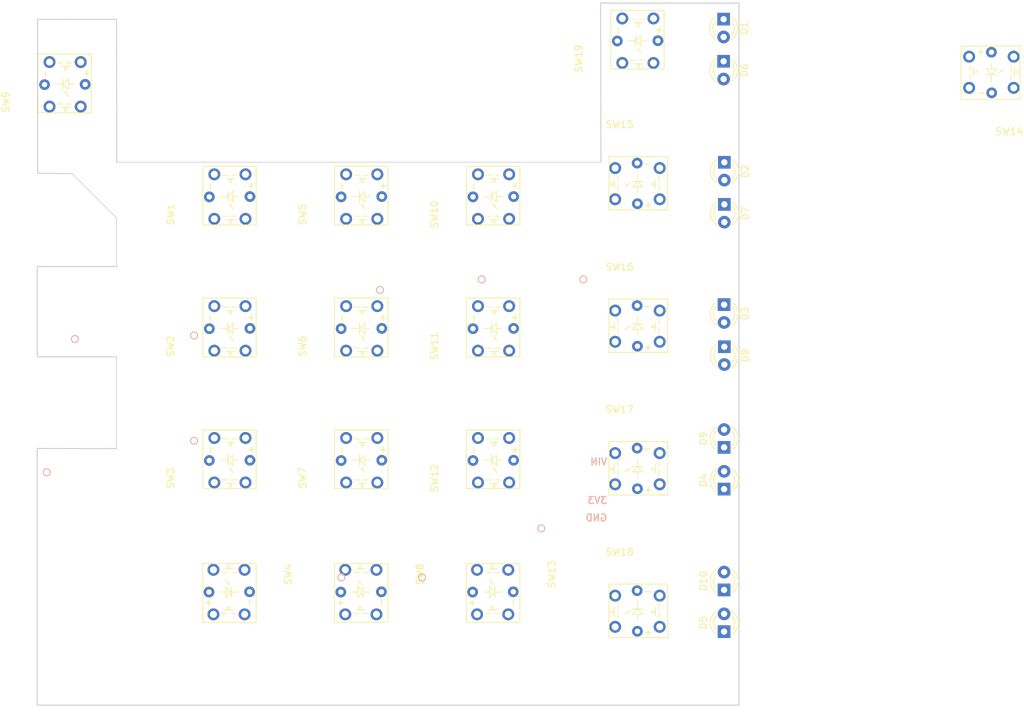
<source format=kicad_pcb>
(kicad_pcb (version 20171130) (host pcbnew "(5.1.5-0-10_14)")

  (general
    (thickness 1.2)
    (drawings 31)
    (tracks 0)
    (zones 0)
    (modules 30)
    (nets 130)
  )

  (page A4)
  (title_block
    (title "UFC main board")
    (date 2018-01-04)
    (rev A)
  )

  (layers
    (0 F.Cu signal)
    (31 B.Cu signal)
    (32 B.Adhes user)
    (33 F.Adhes user)
    (34 B.Paste user)
    (35 F.Paste user)
    (36 B.SilkS user)
    (37 F.SilkS user)
    (38 B.Mask user)
    (39 F.Mask user)
    (40 Dwgs.User user)
    (41 Cmts.User user)
    (42 Eco1.User user)
    (43 Eco2.User user)
    (44 Edge.Cuts user)
    (45 Margin user)
    (46 B.CrtYd user)
    (47 F.CrtYd user)
    (48 B.Fab user)
    (49 F.Fab user)
  )

  (setup
    (last_trace_width 0.2286)
    (user_trace_width 0.1778)
    (user_trace_width 0.2286)
    (user_trace_width 0.381)
    (user_trace_width 0.762)
    (user_trace_width 1.27)
    (trace_clearance 0.1778)
    (zone_clearance 0.508)
    (zone_45_only yes)
    (trace_min 0.1524)
    (via_size 0.6)
    (via_drill 0.4)
    (via_min_size 0.4)
    (via_min_drill 0.31)
    (blind_buried_vias_allowed yes)
    (uvia_size 0.3)
    (uvia_drill 0.1)
    (uvias_allowed no)
    (uvia_min_size 0.2)
    (uvia_min_drill 0.1)
    (edge_width 0.15)
    (segment_width 0.15)
    (pcb_text_width 0.3)
    (pcb_text_size 1.5 1.5)
    (mod_edge_width 0.15)
    (mod_text_size 1 1)
    (mod_text_width 0.15)
    (pad_size 4.064 4.064)
    (pad_drill 3.048)
    (pad_to_mask_clearance 0)
    (aux_axis_origin 63.5 148.6)
    (visible_elements 7FFFE7FF)
    (pcbplotparams
      (layerselection 0x010fc_ffffffff)
      (usegerberextensions false)
      (usegerberattributes false)
      (usegerberadvancedattributes false)
      (creategerberjobfile false)
      (excludeedgelayer true)
      (linewidth 0.100000)
      (plotframeref false)
      (viasonmask false)
      (mode 1)
      (useauxorigin false)
      (hpglpennumber 1)
      (hpglpenspeed 20)
      (hpglpendiameter 15.000000)
      (psnegative false)
      (psa4output false)
      (plotreference true)
      (plotvalue true)
      (plotinvisibletext false)
      (padsonsilk false)
      (subtractmaskfromsilk false)
      (outputformat 1)
      (mirror false)
      (drillshape 0)
      (scaleselection 1)
      (outputdirectory "manufacturing/"))
  )

  (net 0 "")
  (net 1 "/6(**)")
  (net 2 "/5(**)")
  (net 3 "/4(**)")
  (net 4 "/3(**)")
  (net 5 "/2(**)")
  (net 6 "Net-(D1-Pad1)")
  (net 7 "Net-(D1-Pad2)")
  (net 8 "Net-(D2-Pad1)")
  (net 9 "Net-(D2-Pad2)")
  (net 10 "Net-(D3-Pad1)")
  (net 11 "Net-(D3-Pad2)")
  (net 12 "Net-(D4-Pad1)")
  (net 13 "Net-(D4-Pad2)")
  (net 14 "Net-(D5-Pad1)")
  (net 15 "Net-(D10-Pad1)")
  (net 16 "Net-(SW1-Pad6)")
  (net 17 "Net-(SW1-Pad5)")
  (net 18 "Net-(SW1-Pad4)")
  (net 19 "Net-(SW1-Pad3)")
  (net 20 "Net-(SW1-Pad2)")
  (net 21 "Net-(SW1-Pad1)")
  (net 22 "Net-(SW2-Pad6)")
  (net 23 "Net-(SW2-Pad5)")
  (net 24 "Net-(SW2-Pad4)")
  (net 25 "Net-(SW2-Pad3)")
  (net 26 "Net-(SW2-Pad2)")
  (net 27 "Net-(SW2-Pad1)")
  (net 28 "Net-(SW3-Pad6)")
  (net 29 "Net-(SW3-Pad5)")
  (net 30 "Net-(SW3-Pad4)")
  (net 31 "Net-(SW3-Pad3)")
  (net 32 "Net-(SW3-Pad2)")
  (net 33 "Net-(SW3-Pad1)")
  (net 34 "Net-(SW4-Pad6)")
  (net 35 "Net-(SW4-Pad5)")
  (net 36 "Net-(SW4-Pad4)")
  (net 37 "Net-(SW4-Pad3)")
  (net 38 "Net-(SW4-Pad2)")
  (net 39 "Net-(SW4-Pad1)")
  (net 40 "Net-(SW5-Pad6)")
  (net 41 "Net-(SW5-Pad5)")
  (net 42 "Net-(SW5-Pad4)")
  (net 43 "Net-(SW5-Pad3)")
  (net 44 "Net-(SW5-Pad2)")
  (net 45 "Net-(SW5-Pad1)")
  (net 46 "Net-(SW6-Pad6)")
  (net 47 "Net-(SW6-Pad5)")
  (net 48 "Net-(SW6-Pad4)")
  (net 49 "Net-(SW6-Pad3)")
  (net 50 "Net-(SW6-Pad2)")
  (net 51 "Net-(SW6-Pad1)")
  (net 52 "Net-(SW7-Pad6)")
  (net 53 "Net-(SW7-Pad5)")
  (net 54 "Net-(SW7-Pad4)")
  (net 55 "Net-(SW7-Pad3)")
  (net 56 "Net-(SW7-Pad2)")
  (net 57 "Net-(SW7-Pad1)")
  (net 58 "Net-(SW8-Pad6)")
  (net 59 "Net-(SW8-Pad5)")
  (net 60 "Net-(SW8-Pad4)")
  (net 61 "Net-(SW8-Pad3)")
  (net 62 "Net-(SW8-Pad2)")
  (net 63 "Net-(SW8-Pad1)")
  (net 64 "Net-(SW9-Pad6)")
  (net 65 "Net-(SW9-Pad5)")
  (net 66 "Net-(SW9-Pad4)")
  (net 67 "Net-(SW9-Pad3)")
  (net 68 "Net-(SW9-Pad2)")
  (net 69 "Net-(SW9-Pad1)")
  (net 70 "Net-(SW10-Pad6)")
  (net 71 "Net-(SW10-Pad5)")
  (net 72 "Net-(SW10-Pad4)")
  (net 73 "Net-(SW10-Pad3)")
  (net 74 "Net-(SW10-Pad2)")
  (net 75 "Net-(SW10-Pad1)")
  (net 76 "Net-(SW11-Pad6)")
  (net 77 "Net-(SW11-Pad5)")
  (net 78 "Net-(SW11-Pad4)")
  (net 79 "Net-(SW11-Pad3)")
  (net 80 "Net-(SW11-Pad2)")
  (net 81 "Net-(SW11-Pad1)")
  (net 82 "Net-(SW12-Pad6)")
  (net 83 "Net-(SW12-Pad5)")
  (net 84 "Net-(SW12-Pad4)")
  (net 85 "Net-(SW12-Pad3)")
  (net 86 "Net-(SW12-Pad2)")
  (net 87 "Net-(SW12-Pad1)")
  (net 88 "Net-(SW13-Pad6)")
  (net 89 "Net-(SW13-Pad5)")
  (net 90 "Net-(SW13-Pad4)")
  (net 91 "Net-(SW13-Pad3)")
  (net 92 "Net-(SW13-Pad2)")
  (net 93 "Net-(SW13-Pad1)")
  (net 94 "Net-(SW14-Pad6)")
  (net 95 "Net-(SW14-Pad5)")
  (net 96 "Net-(SW14-Pad4)")
  (net 97 "Net-(SW14-Pad3)")
  (net 98 "Net-(SW14-Pad2)")
  (net 99 "Net-(SW14-Pad1)")
  (net 100 "Net-(SW15-Pad6)")
  (net 101 "Net-(SW15-Pad5)")
  (net 102 "Net-(SW15-Pad4)")
  (net 103 "Net-(SW15-Pad3)")
  (net 104 "Net-(SW15-Pad2)")
  (net 105 "Net-(SW15-Pad1)")
  (net 106 "Net-(SW16-Pad6)")
  (net 107 "Net-(SW16-Pad5)")
  (net 108 "Net-(SW16-Pad4)")
  (net 109 "Net-(SW16-Pad3)")
  (net 110 "Net-(SW16-Pad2)")
  (net 111 "Net-(SW16-Pad1)")
  (net 112 "Net-(SW17-Pad6)")
  (net 113 "Net-(SW17-Pad5)")
  (net 114 "Net-(SW17-Pad4)")
  (net 115 "Net-(SW17-Pad3)")
  (net 116 "Net-(SW17-Pad2)")
  (net 117 "Net-(SW17-Pad1)")
  (net 118 "Net-(SW18-Pad6)")
  (net 119 "Net-(SW18-Pad5)")
  (net 120 "Net-(SW18-Pad4)")
  (net 121 "Net-(SW18-Pad3)")
  (net 122 "Net-(SW18-Pad2)")
  (net 123 "Net-(SW18-Pad1)")
  (net 124 "Net-(SW19-Pad6)")
  (net 125 "Net-(SW19-Pad5)")
  (net 126 "Net-(SW19-Pad4)")
  (net 127 "Net-(SW19-Pad3)")
  (net 128 "Net-(SW19-Pad2)")
  (net 129 "Net-(SW19-Pad1)")

  (net_class Default "This is the default net class."
    (clearance 0.1778)
    (trace_width 0.2286)
    (via_dia 0.6)
    (via_drill 0.4)
    (uvia_dia 0.3)
    (uvia_drill 0.1)
    (add_net "/2(**)")
    (add_net "/3(**)")
    (add_net "/4(**)")
    (add_net "/5(**)")
    (add_net "/6(**)")
    (add_net "Net-(D1-Pad1)")
    (add_net "Net-(D1-Pad2)")
    (add_net "Net-(D10-Pad1)")
    (add_net "Net-(D2-Pad1)")
    (add_net "Net-(D2-Pad2)")
    (add_net "Net-(D3-Pad1)")
    (add_net "Net-(D3-Pad2)")
    (add_net "Net-(D4-Pad1)")
    (add_net "Net-(D4-Pad2)")
    (add_net "Net-(D5-Pad1)")
    (add_net "Net-(SW1-Pad1)")
    (add_net "Net-(SW1-Pad2)")
    (add_net "Net-(SW1-Pad3)")
    (add_net "Net-(SW1-Pad4)")
    (add_net "Net-(SW1-Pad5)")
    (add_net "Net-(SW1-Pad6)")
    (add_net "Net-(SW10-Pad1)")
    (add_net "Net-(SW10-Pad2)")
    (add_net "Net-(SW10-Pad3)")
    (add_net "Net-(SW10-Pad4)")
    (add_net "Net-(SW10-Pad5)")
    (add_net "Net-(SW10-Pad6)")
    (add_net "Net-(SW11-Pad1)")
    (add_net "Net-(SW11-Pad2)")
    (add_net "Net-(SW11-Pad3)")
    (add_net "Net-(SW11-Pad4)")
    (add_net "Net-(SW11-Pad5)")
    (add_net "Net-(SW11-Pad6)")
    (add_net "Net-(SW12-Pad1)")
    (add_net "Net-(SW12-Pad2)")
    (add_net "Net-(SW12-Pad3)")
    (add_net "Net-(SW12-Pad4)")
    (add_net "Net-(SW12-Pad5)")
    (add_net "Net-(SW12-Pad6)")
    (add_net "Net-(SW13-Pad1)")
    (add_net "Net-(SW13-Pad2)")
    (add_net "Net-(SW13-Pad3)")
    (add_net "Net-(SW13-Pad4)")
    (add_net "Net-(SW13-Pad5)")
    (add_net "Net-(SW13-Pad6)")
    (add_net "Net-(SW14-Pad1)")
    (add_net "Net-(SW14-Pad2)")
    (add_net "Net-(SW14-Pad3)")
    (add_net "Net-(SW14-Pad4)")
    (add_net "Net-(SW14-Pad5)")
    (add_net "Net-(SW14-Pad6)")
    (add_net "Net-(SW15-Pad1)")
    (add_net "Net-(SW15-Pad2)")
    (add_net "Net-(SW15-Pad3)")
    (add_net "Net-(SW15-Pad4)")
    (add_net "Net-(SW15-Pad5)")
    (add_net "Net-(SW15-Pad6)")
    (add_net "Net-(SW16-Pad1)")
    (add_net "Net-(SW16-Pad2)")
    (add_net "Net-(SW16-Pad3)")
    (add_net "Net-(SW16-Pad4)")
    (add_net "Net-(SW16-Pad5)")
    (add_net "Net-(SW16-Pad6)")
    (add_net "Net-(SW17-Pad1)")
    (add_net "Net-(SW17-Pad2)")
    (add_net "Net-(SW17-Pad3)")
    (add_net "Net-(SW17-Pad4)")
    (add_net "Net-(SW17-Pad5)")
    (add_net "Net-(SW17-Pad6)")
    (add_net "Net-(SW18-Pad1)")
    (add_net "Net-(SW18-Pad2)")
    (add_net "Net-(SW18-Pad3)")
    (add_net "Net-(SW18-Pad4)")
    (add_net "Net-(SW18-Pad5)")
    (add_net "Net-(SW18-Pad6)")
    (add_net "Net-(SW19-Pad1)")
    (add_net "Net-(SW19-Pad2)")
    (add_net "Net-(SW19-Pad3)")
    (add_net "Net-(SW19-Pad4)")
    (add_net "Net-(SW19-Pad5)")
    (add_net "Net-(SW19-Pad6)")
    (add_net "Net-(SW2-Pad1)")
    (add_net "Net-(SW2-Pad2)")
    (add_net "Net-(SW2-Pad3)")
    (add_net "Net-(SW2-Pad4)")
    (add_net "Net-(SW2-Pad5)")
    (add_net "Net-(SW2-Pad6)")
    (add_net "Net-(SW3-Pad1)")
    (add_net "Net-(SW3-Pad2)")
    (add_net "Net-(SW3-Pad3)")
    (add_net "Net-(SW3-Pad4)")
    (add_net "Net-(SW3-Pad5)")
    (add_net "Net-(SW3-Pad6)")
    (add_net "Net-(SW4-Pad1)")
    (add_net "Net-(SW4-Pad2)")
    (add_net "Net-(SW4-Pad3)")
    (add_net "Net-(SW4-Pad4)")
    (add_net "Net-(SW4-Pad5)")
    (add_net "Net-(SW4-Pad6)")
    (add_net "Net-(SW5-Pad1)")
    (add_net "Net-(SW5-Pad2)")
    (add_net "Net-(SW5-Pad3)")
    (add_net "Net-(SW5-Pad4)")
    (add_net "Net-(SW5-Pad5)")
    (add_net "Net-(SW5-Pad6)")
    (add_net "Net-(SW6-Pad1)")
    (add_net "Net-(SW6-Pad2)")
    (add_net "Net-(SW6-Pad3)")
    (add_net "Net-(SW6-Pad4)")
    (add_net "Net-(SW6-Pad5)")
    (add_net "Net-(SW6-Pad6)")
    (add_net "Net-(SW7-Pad1)")
    (add_net "Net-(SW7-Pad2)")
    (add_net "Net-(SW7-Pad3)")
    (add_net "Net-(SW7-Pad4)")
    (add_net "Net-(SW7-Pad5)")
    (add_net "Net-(SW7-Pad6)")
    (add_net "Net-(SW8-Pad1)")
    (add_net "Net-(SW8-Pad2)")
    (add_net "Net-(SW8-Pad3)")
    (add_net "Net-(SW8-Pad4)")
    (add_net "Net-(SW8-Pad5)")
    (add_net "Net-(SW8-Pad6)")
    (add_net "Net-(SW9-Pad1)")
    (add_net "Net-(SW9-Pad2)")
    (add_net "Net-(SW9-Pad3)")
    (add_net "Net-(SW9-Pad4)")
    (add_net "Net-(SW9-Pad5)")
    (add_net "Net-(SW9-Pad6)")
  )

  (net_class control ""
    (clearance 0.1778)
    (trace_width 0.2286)
    (via_dia 0.6)
    (via_drill 0.4)
    (uvia_dia 0.3)
    (uvia_drill 0.1)
  )

  (net_class pwr3.3v ""
    (clearance 0.1778)
    (trace_width 0.381)
    (via_dia 0.6)
    (via_drill 0.4)
    (uvia_dia 0.3)
    (uvia_drill 0.1)
  )

  (net_class pwr5v ""
    (clearance 0.2032)
    (trace_width 0.2286)
    (via_dia 0.6)
    (via_drill 0.4)
    (uvia_dia 0.3)
    (uvia_drill 0.1)
  )

  (net_class signal ""
    (clearance 0.1778)
    (trace_width 0.1778)
    (via_dia 0.6)
    (via_drill 0.4)
    (uvia_dia 0.3)
    (uvia_drill 0.1)
  )

  (module PT_Library_v001:PT_Small_Tactile_Switch_With_LED (layer F.Cu) (tedit 5EE4152B) (tstamp 5A2F5530)
    (at 154.21 53.467 270)
    (path /5A2EF8FB)
    (fp_text reference SW19 (at 2.54 8.374 90) (layer F.SilkS)
      (effects (font (size 1 1) (thickness 0.15)))
    )
    (fp_text value OPT1 (at 0 -0.5 90) (layer F.Fab)
      (effects (font (size 1 1) (thickness 0.15)))
    )
    (fp_line (start -4.318 -3.81) (end -3.048 -3.81) (layer F.SilkS) (width 0.12))
    (fp_line (start -4.32 3.81) (end -4.318 -3.81) (layer F.SilkS) (width 0.12))
    (fp_line (start 4.07 3.81) (end -4.312 3.81) (layer F.SilkS) (width 0.12))
    (fp_line (start 4.064 -3.81) (end 4.05 3.81) (layer F.SilkS) (width 0.12))
    (fp_line (start -4.064 -3.81) (end 4.064 -3.81) (layer F.SilkS) (width 0.12))
    (fp_text user - (at -1.42 2.81 90) (layer F.SilkS)
      (effects (font (size 1 1) (thickness 0.15)))
    )
    (fp_line (start 3.81 0) (end 3.302 0) (layer F.SilkS) (width 0.12))
    (fp_line (start 2.794 -1.016) (end 2.794 -0.254) (layer F.SilkS) (width 0.12))
    (fp_line (start 3.81 -0.254) (end 3.81 0) (layer F.SilkS) (width 0.12))
    (fp_line (start 3.302 -0.762) (end 3.302 0.508) (layer F.SilkS) (width 0.12))
    (fp_line (start 2.794 0.254) (end 2.794 1.016) (layer F.SilkS) (width 0.12))
    (fp_line (start 3.302 -0.254) (end 3.81 -0.254) (layer F.SilkS) (width 0.12))
    (fp_line (start -2.032 0) (end -2.54 0) (layer F.SilkS) (width 0.12))
    (fp_line (start -2.032 -0.254) (end -2.032 0) (layer F.SilkS) (width 0.12))
    (fp_line (start -2.54 -0.254) (end -2.032 -0.254) (layer F.SilkS) (width 0.12))
    (fp_line (start -2.54 -0.762) (end -2.54 0.508) (layer F.SilkS) (width 0.12))
    (fp_line (start -3.048 0.254) (end -3.048 1.016) (layer F.SilkS) (width 0.12))
    (fp_line (start -3.048 -1.016) (end -3.048 -0.254) (layer F.SilkS) (width 0.12))
    (fp_line (start 1.524 -0.254) (end 1.016 0) (layer F.SilkS) (width 0.12))
    (fp_line (start 1.27 -0.254) (end 1.524 -0.254) (layer F.SilkS) (width 0.12))
    (fp_line (start 1.778 -0.508) (end 1.27 -0.254) (layer F.SilkS) (width 0.12))
    (fp_line (start 0 0.254) (end 0 1.27) (layer F.SilkS) (width 0.12))
    (fp_line (start -0.762 0.254) (end 0 0.254) (layer F.SilkS) (width 0.12))
    (fp_line (start 0.762 0.254) (end -0.762 0.254) (layer F.SilkS) (width 0.12))
    (fp_line (start -0.762 -0.508) (end 0 -0.508) (layer F.SilkS) (width 0.12))
    (fp_line (start 0 0.254) (end -0.762 -0.508) (layer F.SilkS) (width 0.12))
    (fp_line (start 0.762 -0.508) (end 0 0.254) (layer F.SilkS) (width 0.12))
    (fp_line (start 0 -0.508) (end 0.762 -0.508) (layer F.SilkS) (width 0.12))
    (fp_line (start 0 -1.27) (end 0 -0.508) (layer F.SilkS) (width 0.12))
    (fp_text user + (at -1.524 -3.048 90) (layer F.SilkS)
      (effects (font (size 1 1) (thickness 0.15)))
    )
    (pad 6 thru_hole circle (at 0.04 2.87 270) (size 1.524 1.524) (drill 0.762) (layers *.Cu *.Mask)
      (net 124 "Net-(SW19-Pad6)"))
    (pad 5 thru_hole circle (at 0 -2.921 270) (size 1.524 1.524) (drill 0.762) (layers *.Cu *.Mask)
      (net 125 "Net-(SW19-Pad5)"))
    (pad 4 thru_hole circle (at 3.175 2.159 270) (size 1.7 1.7) (drill 1) (layers *.Cu *.Mask)
      (net 126 "Net-(SW19-Pad4)"))
    (pad 3 thru_hole circle (at -3.175 2.159 270) (size 1.7 1.7) (drill 1) (layers *.Cu *.Mask)
      (net 127 "Net-(SW19-Pad3)"))
    (pad 2 thru_hole circle (at 3.175 -2.286 270) (size 1.7 1.7) (drill 1) (layers *.Cu *.Mask)
      (net 128 "Net-(SW19-Pad2)"))
    (pad 1 thru_hole circle (at -3.175 -2.286 270) (size 1.7 1.7) (drill 1) (layers *.Cu *.Mask)
      (net 129 "Net-(SW19-Pad1)"))
  )

  (module PT_Library_v001:PT_Small_Tactile_Switch_With_LED (layer F.Cu) (tedit 5EE4152B) (tstamp 5A2F551D)
    (at 154.21 134.747 180)
    (path /5A2EF7B0)
    (fp_text reference SW18 (at 2.54 8.374) (layer F.SilkS)
      (effects (font (size 1 1) (thickness 0.15)))
    )
    (fp_text value OPT5 (at 0 -0.5) (layer F.Fab)
      (effects (font (size 1 1) (thickness 0.15)))
    )
    (fp_line (start -4.318 -3.81) (end -3.048 -3.81) (layer F.SilkS) (width 0.12))
    (fp_line (start -4.32 3.81) (end -4.318 -3.81) (layer F.SilkS) (width 0.12))
    (fp_line (start 4.07 3.81) (end -4.312 3.81) (layer F.SilkS) (width 0.12))
    (fp_line (start 4.064 -3.81) (end 4.05 3.81) (layer F.SilkS) (width 0.12))
    (fp_line (start -4.064 -3.81) (end 4.064 -3.81) (layer F.SilkS) (width 0.12))
    (fp_text user - (at -1.42 2.81) (layer F.SilkS)
      (effects (font (size 1 1) (thickness 0.15)))
    )
    (fp_line (start 3.81 0) (end 3.302 0) (layer F.SilkS) (width 0.12))
    (fp_line (start 2.794 -1.016) (end 2.794 -0.254) (layer F.SilkS) (width 0.12))
    (fp_line (start 3.81 -0.254) (end 3.81 0) (layer F.SilkS) (width 0.12))
    (fp_line (start 3.302 -0.762) (end 3.302 0.508) (layer F.SilkS) (width 0.12))
    (fp_line (start 2.794 0.254) (end 2.794 1.016) (layer F.SilkS) (width 0.12))
    (fp_line (start 3.302 -0.254) (end 3.81 -0.254) (layer F.SilkS) (width 0.12))
    (fp_line (start -2.032 0) (end -2.54 0) (layer F.SilkS) (width 0.12))
    (fp_line (start -2.032 -0.254) (end -2.032 0) (layer F.SilkS) (width 0.12))
    (fp_line (start -2.54 -0.254) (end -2.032 -0.254) (layer F.SilkS) (width 0.12))
    (fp_line (start -2.54 -0.762) (end -2.54 0.508) (layer F.SilkS) (width 0.12))
    (fp_line (start -3.048 0.254) (end -3.048 1.016) (layer F.SilkS) (width 0.12))
    (fp_line (start -3.048 -1.016) (end -3.048 -0.254) (layer F.SilkS) (width 0.12))
    (fp_line (start 1.524 -0.254) (end 1.016 0) (layer F.SilkS) (width 0.12))
    (fp_line (start 1.27 -0.254) (end 1.524 -0.254) (layer F.SilkS) (width 0.12))
    (fp_line (start 1.778 -0.508) (end 1.27 -0.254) (layer F.SilkS) (width 0.12))
    (fp_line (start 0 0.254) (end 0 1.27) (layer F.SilkS) (width 0.12))
    (fp_line (start -0.762 0.254) (end 0 0.254) (layer F.SilkS) (width 0.12))
    (fp_line (start 0.762 0.254) (end -0.762 0.254) (layer F.SilkS) (width 0.12))
    (fp_line (start -0.762 -0.508) (end 0 -0.508) (layer F.SilkS) (width 0.12))
    (fp_line (start 0 0.254) (end -0.762 -0.508) (layer F.SilkS) (width 0.12))
    (fp_line (start 0.762 -0.508) (end 0 0.254) (layer F.SilkS) (width 0.12))
    (fp_line (start 0 -0.508) (end 0.762 -0.508) (layer F.SilkS) (width 0.12))
    (fp_line (start 0 -1.27) (end 0 -0.508) (layer F.SilkS) (width 0.12))
    (fp_text user + (at -1.524 -3.048) (layer F.SilkS)
      (effects (font (size 1 1) (thickness 0.15)))
    )
    (pad 6 thru_hole circle (at 0.04 2.87 180) (size 1.524 1.524) (drill 0.762) (layers *.Cu *.Mask)
      (net 118 "Net-(SW18-Pad6)"))
    (pad 5 thru_hole circle (at 0 -2.921 180) (size 1.524 1.524) (drill 0.762) (layers *.Cu *.Mask)
      (net 119 "Net-(SW18-Pad5)"))
    (pad 4 thru_hole circle (at 3.175 2.159 180) (size 1.7 1.7) (drill 1) (layers *.Cu *.Mask)
      (net 120 "Net-(SW18-Pad4)"))
    (pad 3 thru_hole circle (at -3.175 2.159 180) (size 1.7 1.7) (drill 1) (layers *.Cu *.Mask)
      (net 121 "Net-(SW18-Pad3)"))
    (pad 2 thru_hole circle (at 3.175 -2.286 180) (size 1.7 1.7) (drill 1) (layers *.Cu *.Mask)
      (net 122 "Net-(SW18-Pad2)"))
    (pad 1 thru_hole circle (at -3.175 -2.286 180) (size 1.7 1.7) (drill 1) (layers *.Cu *.Mask)
      (net 123 "Net-(SW18-Pad1)"))
  )

  (module PT_Library_v001:PT_Small_Tactile_Switch_With_LED (layer F.Cu) (tedit 5EE4152B) (tstamp 5A2F550A)
    (at 154.21 114.427 180)
    (path /5A2EF798)
    (fp_text reference SW17 (at 2.54 8.374) (layer F.SilkS)
      (effects (font (size 1 1) (thickness 0.15)))
    )
    (fp_text value OPT4 (at 0 -0.5) (layer F.Fab)
      (effects (font (size 1 1) (thickness 0.15)))
    )
    (fp_line (start -4.318 -3.81) (end -3.048 -3.81) (layer F.SilkS) (width 0.12))
    (fp_line (start -4.32 3.81) (end -4.318 -3.81) (layer F.SilkS) (width 0.12))
    (fp_line (start 4.07 3.81) (end -4.312 3.81) (layer F.SilkS) (width 0.12))
    (fp_line (start 4.064 -3.81) (end 4.05 3.81) (layer F.SilkS) (width 0.12))
    (fp_line (start -4.064 -3.81) (end 4.064 -3.81) (layer F.SilkS) (width 0.12))
    (fp_text user - (at -1.42 2.81) (layer F.SilkS)
      (effects (font (size 1 1) (thickness 0.15)))
    )
    (fp_line (start 3.81 0) (end 3.302 0) (layer F.SilkS) (width 0.12))
    (fp_line (start 2.794 -1.016) (end 2.794 -0.254) (layer F.SilkS) (width 0.12))
    (fp_line (start 3.81 -0.254) (end 3.81 0) (layer F.SilkS) (width 0.12))
    (fp_line (start 3.302 -0.762) (end 3.302 0.508) (layer F.SilkS) (width 0.12))
    (fp_line (start 2.794 0.254) (end 2.794 1.016) (layer F.SilkS) (width 0.12))
    (fp_line (start 3.302 -0.254) (end 3.81 -0.254) (layer F.SilkS) (width 0.12))
    (fp_line (start -2.032 0) (end -2.54 0) (layer F.SilkS) (width 0.12))
    (fp_line (start -2.032 -0.254) (end -2.032 0) (layer F.SilkS) (width 0.12))
    (fp_line (start -2.54 -0.254) (end -2.032 -0.254) (layer F.SilkS) (width 0.12))
    (fp_line (start -2.54 -0.762) (end -2.54 0.508) (layer F.SilkS) (width 0.12))
    (fp_line (start -3.048 0.254) (end -3.048 1.016) (layer F.SilkS) (width 0.12))
    (fp_line (start -3.048 -1.016) (end -3.048 -0.254) (layer F.SilkS) (width 0.12))
    (fp_line (start 1.524 -0.254) (end 1.016 0) (layer F.SilkS) (width 0.12))
    (fp_line (start 1.27 -0.254) (end 1.524 -0.254) (layer F.SilkS) (width 0.12))
    (fp_line (start 1.778 -0.508) (end 1.27 -0.254) (layer F.SilkS) (width 0.12))
    (fp_line (start 0 0.254) (end 0 1.27) (layer F.SilkS) (width 0.12))
    (fp_line (start -0.762 0.254) (end 0 0.254) (layer F.SilkS) (width 0.12))
    (fp_line (start 0.762 0.254) (end -0.762 0.254) (layer F.SilkS) (width 0.12))
    (fp_line (start -0.762 -0.508) (end 0 -0.508) (layer F.SilkS) (width 0.12))
    (fp_line (start 0 0.254) (end -0.762 -0.508) (layer F.SilkS) (width 0.12))
    (fp_line (start 0.762 -0.508) (end 0 0.254) (layer F.SilkS) (width 0.12))
    (fp_line (start 0 -0.508) (end 0.762 -0.508) (layer F.SilkS) (width 0.12))
    (fp_line (start 0 -1.27) (end 0 -0.508) (layer F.SilkS) (width 0.12))
    (fp_text user + (at -1.524 -3.048) (layer F.SilkS)
      (effects (font (size 1 1) (thickness 0.15)))
    )
    (pad 6 thru_hole circle (at 0.04 2.87 180) (size 1.524 1.524) (drill 0.762) (layers *.Cu *.Mask)
      (net 112 "Net-(SW17-Pad6)"))
    (pad 5 thru_hole circle (at 0 -2.921 180) (size 1.524 1.524) (drill 0.762) (layers *.Cu *.Mask)
      (net 113 "Net-(SW17-Pad5)"))
    (pad 4 thru_hole circle (at 3.175 2.159 180) (size 1.7 1.7) (drill 1) (layers *.Cu *.Mask)
      (net 114 "Net-(SW17-Pad4)"))
    (pad 3 thru_hole circle (at -3.175 2.159 180) (size 1.7 1.7) (drill 1) (layers *.Cu *.Mask)
      (net 115 "Net-(SW17-Pad3)"))
    (pad 2 thru_hole circle (at 3.175 -2.286 180) (size 1.7 1.7) (drill 1) (layers *.Cu *.Mask)
      (net 116 "Net-(SW17-Pad2)"))
    (pad 1 thru_hole circle (at -3.175 -2.286 180) (size 1.7 1.7) (drill 1) (layers *.Cu *.Mask)
      (net 117 "Net-(SW17-Pad1)"))
  )

  (module PT_Library_v001:PT_Small_Tactile_Switch_With_LED (layer F.Cu) (tedit 5EE4152B) (tstamp 5A2F54F7)
    (at 154.21 94.107 180)
    (path /5A2EF51C)
    (fp_text reference SW16 (at 2.54 8.374) (layer F.SilkS)
      (effects (font (size 1 1) (thickness 0.15)))
    )
    (fp_text value OPT3 (at 0 -0.5) (layer F.Fab)
      (effects (font (size 1 1) (thickness 0.15)))
    )
    (fp_line (start -4.318 -3.81) (end -3.048 -3.81) (layer F.SilkS) (width 0.12))
    (fp_line (start -4.32 3.81) (end -4.318 -3.81) (layer F.SilkS) (width 0.12))
    (fp_line (start 4.07 3.81) (end -4.312 3.81) (layer F.SilkS) (width 0.12))
    (fp_line (start 4.064 -3.81) (end 4.05 3.81) (layer F.SilkS) (width 0.12))
    (fp_line (start -4.064 -3.81) (end 4.064 -3.81) (layer F.SilkS) (width 0.12))
    (fp_text user - (at -1.42 2.81) (layer F.SilkS)
      (effects (font (size 1 1) (thickness 0.15)))
    )
    (fp_line (start 3.81 0) (end 3.302 0) (layer F.SilkS) (width 0.12))
    (fp_line (start 2.794 -1.016) (end 2.794 -0.254) (layer F.SilkS) (width 0.12))
    (fp_line (start 3.81 -0.254) (end 3.81 0) (layer F.SilkS) (width 0.12))
    (fp_line (start 3.302 -0.762) (end 3.302 0.508) (layer F.SilkS) (width 0.12))
    (fp_line (start 2.794 0.254) (end 2.794 1.016) (layer F.SilkS) (width 0.12))
    (fp_line (start 3.302 -0.254) (end 3.81 -0.254) (layer F.SilkS) (width 0.12))
    (fp_line (start -2.032 0) (end -2.54 0) (layer F.SilkS) (width 0.12))
    (fp_line (start -2.032 -0.254) (end -2.032 0) (layer F.SilkS) (width 0.12))
    (fp_line (start -2.54 -0.254) (end -2.032 -0.254) (layer F.SilkS) (width 0.12))
    (fp_line (start -2.54 -0.762) (end -2.54 0.508) (layer F.SilkS) (width 0.12))
    (fp_line (start -3.048 0.254) (end -3.048 1.016) (layer F.SilkS) (width 0.12))
    (fp_line (start -3.048 -1.016) (end -3.048 -0.254) (layer F.SilkS) (width 0.12))
    (fp_line (start 1.524 -0.254) (end 1.016 0) (layer F.SilkS) (width 0.12))
    (fp_line (start 1.27 -0.254) (end 1.524 -0.254) (layer F.SilkS) (width 0.12))
    (fp_line (start 1.778 -0.508) (end 1.27 -0.254) (layer F.SilkS) (width 0.12))
    (fp_line (start 0 0.254) (end 0 1.27) (layer F.SilkS) (width 0.12))
    (fp_line (start -0.762 0.254) (end 0 0.254) (layer F.SilkS) (width 0.12))
    (fp_line (start 0.762 0.254) (end -0.762 0.254) (layer F.SilkS) (width 0.12))
    (fp_line (start -0.762 -0.508) (end 0 -0.508) (layer F.SilkS) (width 0.12))
    (fp_line (start 0 0.254) (end -0.762 -0.508) (layer F.SilkS) (width 0.12))
    (fp_line (start 0.762 -0.508) (end 0 0.254) (layer F.SilkS) (width 0.12))
    (fp_line (start 0 -0.508) (end 0.762 -0.508) (layer F.SilkS) (width 0.12))
    (fp_line (start 0 -1.27) (end 0 -0.508) (layer F.SilkS) (width 0.12))
    (fp_text user + (at -1.524 -3.048) (layer F.SilkS)
      (effects (font (size 1 1) (thickness 0.15)))
    )
    (pad 6 thru_hole circle (at 0.04 2.87 180) (size 1.524 1.524) (drill 0.762) (layers *.Cu *.Mask)
      (net 106 "Net-(SW16-Pad6)"))
    (pad 5 thru_hole circle (at 0 -2.921 180) (size 1.524 1.524) (drill 0.762) (layers *.Cu *.Mask)
      (net 107 "Net-(SW16-Pad5)"))
    (pad 4 thru_hole circle (at 3.175 2.159 180) (size 1.7 1.7) (drill 1) (layers *.Cu *.Mask)
      (net 108 "Net-(SW16-Pad4)"))
    (pad 3 thru_hole circle (at -3.175 2.159 180) (size 1.7 1.7) (drill 1) (layers *.Cu *.Mask)
      (net 109 "Net-(SW16-Pad3)"))
    (pad 2 thru_hole circle (at 3.175 -2.286 180) (size 1.7 1.7) (drill 1) (layers *.Cu *.Mask)
      (net 110 "Net-(SW16-Pad2)"))
    (pad 1 thru_hole circle (at -3.175 -2.286 180) (size 1.7 1.7) (drill 1) (layers *.Cu *.Mask)
      (net 111 "Net-(SW16-Pad1)"))
  )

  (module PT_Library_v001:PT_Small_Tactile_Switch_With_LED (layer F.Cu) (tedit 5EE4152B) (tstamp 5A2F54E4)
    (at 154.21 73.787 180)
    (path /5A2EEFD0)
    (fp_text reference SW15 (at 2.54 8.374) (layer F.SilkS)
      (effects (font (size 1 1) (thickness 0.15)))
    )
    (fp_text value OPT2 (at 0 -0.5) (layer F.Fab)
      (effects (font (size 1 1) (thickness 0.15)))
    )
    (fp_line (start -4.318 -3.81) (end -3.048 -3.81) (layer F.SilkS) (width 0.12))
    (fp_line (start -4.32 3.81) (end -4.318 -3.81) (layer F.SilkS) (width 0.12))
    (fp_line (start 4.07 3.81) (end -4.312 3.81) (layer F.SilkS) (width 0.12))
    (fp_line (start 4.064 -3.81) (end 4.05 3.81) (layer F.SilkS) (width 0.12))
    (fp_line (start -4.064 -3.81) (end 4.064 -3.81) (layer F.SilkS) (width 0.12))
    (fp_text user - (at -1.42 2.81) (layer F.SilkS)
      (effects (font (size 1 1) (thickness 0.15)))
    )
    (fp_line (start 3.81 0) (end 3.302 0) (layer F.SilkS) (width 0.12))
    (fp_line (start 2.794 -1.016) (end 2.794 -0.254) (layer F.SilkS) (width 0.12))
    (fp_line (start 3.81 -0.254) (end 3.81 0) (layer F.SilkS) (width 0.12))
    (fp_line (start 3.302 -0.762) (end 3.302 0.508) (layer F.SilkS) (width 0.12))
    (fp_line (start 2.794 0.254) (end 2.794 1.016) (layer F.SilkS) (width 0.12))
    (fp_line (start 3.302 -0.254) (end 3.81 -0.254) (layer F.SilkS) (width 0.12))
    (fp_line (start -2.032 0) (end -2.54 0) (layer F.SilkS) (width 0.12))
    (fp_line (start -2.032 -0.254) (end -2.032 0) (layer F.SilkS) (width 0.12))
    (fp_line (start -2.54 -0.254) (end -2.032 -0.254) (layer F.SilkS) (width 0.12))
    (fp_line (start -2.54 -0.762) (end -2.54 0.508) (layer F.SilkS) (width 0.12))
    (fp_line (start -3.048 0.254) (end -3.048 1.016) (layer F.SilkS) (width 0.12))
    (fp_line (start -3.048 -1.016) (end -3.048 -0.254) (layer F.SilkS) (width 0.12))
    (fp_line (start 1.524 -0.254) (end 1.016 0) (layer F.SilkS) (width 0.12))
    (fp_line (start 1.27 -0.254) (end 1.524 -0.254) (layer F.SilkS) (width 0.12))
    (fp_line (start 1.778 -0.508) (end 1.27 -0.254) (layer F.SilkS) (width 0.12))
    (fp_line (start 0 0.254) (end 0 1.27) (layer F.SilkS) (width 0.12))
    (fp_line (start -0.762 0.254) (end 0 0.254) (layer F.SilkS) (width 0.12))
    (fp_line (start 0.762 0.254) (end -0.762 0.254) (layer F.SilkS) (width 0.12))
    (fp_line (start -0.762 -0.508) (end 0 -0.508) (layer F.SilkS) (width 0.12))
    (fp_line (start 0 0.254) (end -0.762 -0.508) (layer F.SilkS) (width 0.12))
    (fp_line (start 0.762 -0.508) (end 0 0.254) (layer F.SilkS) (width 0.12))
    (fp_line (start 0 -0.508) (end 0.762 -0.508) (layer F.SilkS) (width 0.12))
    (fp_line (start 0 -1.27) (end 0 -0.508) (layer F.SilkS) (width 0.12))
    (fp_text user + (at -1.524 -3.048) (layer F.SilkS)
      (effects (font (size 1 1) (thickness 0.15)))
    )
    (pad 6 thru_hole circle (at 0.04 2.87 180) (size 1.524 1.524) (drill 0.762) (layers *.Cu *.Mask)
      (net 100 "Net-(SW15-Pad6)"))
    (pad 5 thru_hole circle (at 0 -2.921 180) (size 1.524 1.524) (drill 0.762) (layers *.Cu *.Mask)
      (net 101 "Net-(SW15-Pad5)"))
    (pad 4 thru_hole circle (at 3.175 2.159 180) (size 1.7 1.7) (drill 1) (layers *.Cu *.Mask)
      (net 102 "Net-(SW15-Pad4)"))
    (pad 3 thru_hole circle (at -3.175 2.159 180) (size 1.7 1.7) (drill 1) (layers *.Cu *.Mask)
      (net 103 "Net-(SW15-Pad3)"))
    (pad 2 thru_hole circle (at 3.175 -2.286 180) (size 1.7 1.7) (drill 1) (layers *.Cu *.Mask)
      (net 104 "Net-(SW15-Pad2)"))
    (pad 1 thru_hole circle (at -3.175 -2.286 180) (size 1.7 1.7) (drill 1) (layers *.Cu *.Mask)
      (net 105 "Net-(SW15-Pad1)"))
  )

  (module PT_Library_v001:PT_Small_Tactile_Switch_With_LED (layer F.Cu) (tedit 5EE4152B) (tstamp 5EE9B3BB)
    (at 204.68 58.03)
    (path /5A2F938C)
    (fp_text reference SW14 (at 2.54 8.374) (layer F.SilkS)
      (effects (font (size 1 1) (thickness 0.15)))
    )
    (fp_text value EMCON (at 0 -0.5) (layer F.Fab)
      (effects (font (size 1 1) (thickness 0.15)))
    )
    (fp_line (start -4.318 -3.81) (end -3.048 -3.81) (layer F.SilkS) (width 0.12))
    (fp_line (start -4.32 3.81) (end -4.318 -3.81) (layer F.SilkS) (width 0.12))
    (fp_line (start 4.07 3.81) (end -4.312 3.81) (layer F.SilkS) (width 0.12))
    (fp_line (start 4.064 -3.81) (end 4.05 3.81) (layer F.SilkS) (width 0.12))
    (fp_line (start -4.064 -3.81) (end 4.064 -3.81) (layer F.SilkS) (width 0.12))
    (fp_text user - (at -1.42 2.81) (layer F.SilkS)
      (effects (font (size 1 1) (thickness 0.15)))
    )
    (fp_line (start 3.81 0) (end 3.302 0) (layer F.SilkS) (width 0.12))
    (fp_line (start 2.794 -1.016) (end 2.794 -0.254) (layer F.SilkS) (width 0.12))
    (fp_line (start 3.81 -0.254) (end 3.81 0) (layer F.SilkS) (width 0.12))
    (fp_line (start 3.302 -0.762) (end 3.302 0.508) (layer F.SilkS) (width 0.12))
    (fp_line (start 2.794 0.254) (end 2.794 1.016) (layer F.SilkS) (width 0.12))
    (fp_line (start 3.302 -0.254) (end 3.81 -0.254) (layer F.SilkS) (width 0.12))
    (fp_line (start -2.032 0) (end -2.54 0) (layer F.SilkS) (width 0.12))
    (fp_line (start -2.032 -0.254) (end -2.032 0) (layer F.SilkS) (width 0.12))
    (fp_line (start -2.54 -0.254) (end -2.032 -0.254) (layer F.SilkS) (width 0.12))
    (fp_line (start -2.54 -0.762) (end -2.54 0.508) (layer F.SilkS) (width 0.12))
    (fp_line (start -3.048 0.254) (end -3.048 1.016) (layer F.SilkS) (width 0.12))
    (fp_line (start -3.048 -1.016) (end -3.048 -0.254) (layer F.SilkS) (width 0.12))
    (fp_line (start 1.524 -0.254) (end 1.016 0) (layer F.SilkS) (width 0.12))
    (fp_line (start 1.27 -0.254) (end 1.524 -0.254) (layer F.SilkS) (width 0.12))
    (fp_line (start 1.778 -0.508) (end 1.27 -0.254) (layer F.SilkS) (width 0.12))
    (fp_line (start 0 0.254) (end 0 1.27) (layer F.SilkS) (width 0.12))
    (fp_line (start -0.762 0.254) (end 0 0.254) (layer F.SilkS) (width 0.12))
    (fp_line (start 0.762 0.254) (end -0.762 0.254) (layer F.SilkS) (width 0.12))
    (fp_line (start -0.762 -0.508) (end 0 -0.508) (layer F.SilkS) (width 0.12))
    (fp_line (start 0 0.254) (end -0.762 -0.508) (layer F.SilkS) (width 0.12))
    (fp_line (start 0.762 -0.508) (end 0 0.254) (layer F.SilkS) (width 0.12))
    (fp_line (start 0 -0.508) (end 0.762 -0.508) (layer F.SilkS) (width 0.12))
    (fp_line (start 0 -1.27) (end 0 -0.508) (layer F.SilkS) (width 0.12))
    (fp_text user + (at -1.524 -3.048) (layer F.SilkS)
      (effects (font (size 1 1) (thickness 0.15)))
    )
    (pad 6 thru_hole circle (at 0.04 2.87) (size 1.524 1.524) (drill 0.762) (layers *.Cu *.Mask)
      (net 94 "Net-(SW14-Pad6)"))
    (pad 5 thru_hole circle (at 0 -2.921) (size 1.524 1.524) (drill 0.762) (layers *.Cu *.Mask)
      (net 95 "Net-(SW14-Pad5)"))
    (pad 4 thru_hole circle (at 3.175 2.159) (size 1.7 1.7) (drill 1) (layers *.Cu *.Mask)
      (net 96 "Net-(SW14-Pad4)"))
    (pad 3 thru_hole circle (at -3.175 2.159) (size 1.7 1.7) (drill 1) (layers *.Cu *.Mask)
      (net 97 "Net-(SW14-Pad3)"))
    (pad 2 thru_hole circle (at 3.175 -2.286) (size 1.7 1.7) (drill 1) (layers *.Cu *.Mask)
      (net 98 "Net-(SW14-Pad2)"))
    (pad 1 thru_hole circle (at -3.175 -2.286) (size 1.7 1.7) (drill 1) (layers *.Cu *.Mask)
      (net 99 "Net-(SW14-Pad1)"))
  )

  (module PT_Library_v001:PT_Small_Tactile_Switch_With_LED (layer F.Cu) (tedit 5EE4152B) (tstamp 5A2F54BE)
    (at 133.636 132.08 90)
    (path /5A2EF7AA)
    (fp_text reference SW13 (at 2.54 8.374 90) (layer F.SilkS)
      (effects (font (size 1 1) (thickness 0.15)))
    )
    (fp_text value ENT (at 0 -0.5 90) (layer F.Fab)
      (effects (font (size 1 1) (thickness 0.15)))
    )
    (fp_line (start -4.318 -3.81) (end -3.048 -3.81) (layer F.SilkS) (width 0.12))
    (fp_line (start -4.32 3.81) (end -4.318 -3.81) (layer F.SilkS) (width 0.12))
    (fp_line (start 4.07 3.81) (end -4.312 3.81) (layer F.SilkS) (width 0.12))
    (fp_line (start 4.064 -3.81) (end 4.05 3.81) (layer F.SilkS) (width 0.12))
    (fp_line (start -4.064 -3.81) (end 4.064 -3.81) (layer F.SilkS) (width 0.12))
    (fp_text user - (at -1.42 2.81 90) (layer F.SilkS)
      (effects (font (size 1 1) (thickness 0.15)))
    )
    (fp_line (start 3.81 0) (end 3.302 0) (layer F.SilkS) (width 0.12))
    (fp_line (start 2.794 -1.016) (end 2.794 -0.254) (layer F.SilkS) (width 0.12))
    (fp_line (start 3.81 -0.254) (end 3.81 0) (layer F.SilkS) (width 0.12))
    (fp_line (start 3.302 -0.762) (end 3.302 0.508) (layer F.SilkS) (width 0.12))
    (fp_line (start 2.794 0.254) (end 2.794 1.016) (layer F.SilkS) (width 0.12))
    (fp_line (start 3.302 -0.254) (end 3.81 -0.254) (layer F.SilkS) (width 0.12))
    (fp_line (start -2.032 0) (end -2.54 0) (layer F.SilkS) (width 0.12))
    (fp_line (start -2.032 -0.254) (end -2.032 0) (layer F.SilkS) (width 0.12))
    (fp_line (start -2.54 -0.254) (end -2.032 -0.254) (layer F.SilkS) (width 0.12))
    (fp_line (start -2.54 -0.762) (end -2.54 0.508) (layer F.SilkS) (width 0.12))
    (fp_line (start -3.048 0.254) (end -3.048 1.016) (layer F.SilkS) (width 0.12))
    (fp_line (start -3.048 -1.016) (end -3.048 -0.254) (layer F.SilkS) (width 0.12))
    (fp_line (start 1.524 -0.254) (end 1.016 0) (layer F.SilkS) (width 0.12))
    (fp_line (start 1.27 -0.254) (end 1.524 -0.254) (layer F.SilkS) (width 0.12))
    (fp_line (start 1.778 -0.508) (end 1.27 -0.254) (layer F.SilkS) (width 0.12))
    (fp_line (start 0 0.254) (end 0 1.27) (layer F.SilkS) (width 0.12))
    (fp_line (start -0.762 0.254) (end 0 0.254) (layer F.SilkS) (width 0.12))
    (fp_line (start 0.762 0.254) (end -0.762 0.254) (layer F.SilkS) (width 0.12))
    (fp_line (start -0.762 -0.508) (end 0 -0.508) (layer F.SilkS) (width 0.12))
    (fp_line (start 0 0.254) (end -0.762 -0.508) (layer F.SilkS) (width 0.12))
    (fp_line (start 0.762 -0.508) (end 0 0.254) (layer F.SilkS) (width 0.12))
    (fp_line (start 0 -0.508) (end 0.762 -0.508) (layer F.SilkS) (width 0.12))
    (fp_line (start 0 -1.27) (end 0 -0.508) (layer F.SilkS) (width 0.12))
    (fp_text user + (at -1.524 -3.048 90) (layer F.SilkS)
      (effects (font (size 1 1) (thickness 0.15)))
    )
    (pad 6 thru_hole circle (at 0.04 2.87 90) (size 1.524 1.524) (drill 0.762) (layers *.Cu *.Mask)
      (net 88 "Net-(SW13-Pad6)"))
    (pad 5 thru_hole circle (at 0 -2.921 90) (size 1.524 1.524) (drill 0.762) (layers *.Cu *.Mask)
      (net 89 "Net-(SW13-Pad5)"))
    (pad 4 thru_hole circle (at 3.175 2.159 90) (size 1.7 1.7) (drill 1) (layers *.Cu *.Mask)
      (net 90 "Net-(SW13-Pad4)"))
    (pad 3 thru_hole circle (at -3.175 2.159 90) (size 1.7 1.7) (drill 1) (layers *.Cu *.Mask)
      (net 91 "Net-(SW13-Pad3)"))
    (pad 2 thru_hole circle (at 3.175 -2.286 90) (size 1.7 1.7) (drill 1) (layers *.Cu *.Mask)
      (net 92 "Net-(SW13-Pad2)"))
    (pad 1 thru_hole circle (at -3.175 -2.286 90) (size 1.7 1.7) (drill 1) (layers *.Cu *.Mask)
      (net 93 "Net-(SW13-Pad1)"))
  )

  (module PT_Library_v001:PT_Small_Tactile_Switch_With_LED (layer F.Cu) (tedit 5EE4152B) (tstamp 5A2F54AB)
    (at 133.636 113.284 270)
    (path /5A2EF792)
    (fp_text reference SW12 (at 2.54 8.374 90) (layer F.SilkS)
      (effects (font (size 1 1) (thickness 0.15)))
    )
    (fp_text value 9 (at 0 -0.5 90) (layer F.Fab)
      (effects (font (size 1 1) (thickness 0.15)))
    )
    (fp_line (start -4.318 -3.81) (end -3.048 -3.81) (layer F.SilkS) (width 0.12))
    (fp_line (start -4.32 3.81) (end -4.318 -3.81) (layer F.SilkS) (width 0.12))
    (fp_line (start 4.07 3.81) (end -4.312 3.81) (layer F.SilkS) (width 0.12))
    (fp_line (start 4.064 -3.81) (end 4.05 3.81) (layer F.SilkS) (width 0.12))
    (fp_line (start -4.064 -3.81) (end 4.064 -3.81) (layer F.SilkS) (width 0.12))
    (fp_text user - (at -1.42 2.81 90) (layer F.SilkS)
      (effects (font (size 1 1) (thickness 0.15)))
    )
    (fp_line (start 3.81 0) (end 3.302 0) (layer F.SilkS) (width 0.12))
    (fp_line (start 2.794 -1.016) (end 2.794 -0.254) (layer F.SilkS) (width 0.12))
    (fp_line (start 3.81 -0.254) (end 3.81 0) (layer F.SilkS) (width 0.12))
    (fp_line (start 3.302 -0.762) (end 3.302 0.508) (layer F.SilkS) (width 0.12))
    (fp_line (start 2.794 0.254) (end 2.794 1.016) (layer F.SilkS) (width 0.12))
    (fp_line (start 3.302 -0.254) (end 3.81 -0.254) (layer F.SilkS) (width 0.12))
    (fp_line (start -2.032 0) (end -2.54 0) (layer F.SilkS) (width 0.12))
    (fp_line (start -2.032 -0.254) (end -2.032 0) (layer F.SilkS) (width 0.12))
    (fp_line (start -2.54 -0.254) (end -2.032 -0.254) (layer F.SilkS) (width 0.12))
    (fp_line (start -2.54 -0.762) (end -2.54 0.508) (layer F.SilkS) (width 0.12))
    (fp_line (start -3.048 0.254) (end -3.048 1.016) (layer F.SilkS) (width 0.12))
    (fp_line (start -3.048 -1.016) (end -3.048 -0.254) (layer F.SilkS) (width 0.12))
    (fp_line (start 1.524 -0.254) (end 1.016 0) (layer F.SilkS) (width 0.12))
    (fp_line (start 1.27 -0.254) (end 1.524 -0.254) (layer F.SilkS) (width 0.12))
    (fp_line (start 1.778 -0.508) (end 1.27 -0.254) (layer F.SilkS) (width 0.12))
    (fp_line (start 0 0.254) (end 0 1.27) (layer F.SilkS) (width 0.12))
    (fp_line (start -0.762 0.254) (end 0 0.254) (layer F.SilkS) (width 0.12))
    (fp_line (start 0.762 0.254) (end -0.762 0.254) (layer F.SilkS) (width 0.12))
    (fp_line (start -0.762 -0.508) (end 0 -0.508) (layer F.SilkS) (width 0.12))
    (fp_line (start 0 0.254) (end -0.762 -0.508) (layer F.SilkS) (width 0.12))
    (fp_line (start 0.762 -0.508) (end 0 0.254) (layer F.SilkS) (width 0.12))
    (fp_line (start 0 -0.508) (end 0.762 -0.508) (layer F.SilkS) (width 0.12))
    (fp_line (start 0 -1.27) (end 0 -0.508) (layer F.SilkS) (width 0.12))
    (fp_text user + (at -1.524 -3.048 90) (layer F.SilkS)
      (effects (font (size 1 1) (thickness 0.15)))
    )
    (pad 6 thru_hole circle (at 0.04 2.87 270) (size 1.524 1.524) (drill 0.762) (layers *.Cu *.Mask)
      (net 82 "Net-(SW12-Pad6)"))
    (pad 5 thru_hole circle (at 0 -2.921 270) (size 1.524 1.524) (drill 0.762) (layers *.Cu *.Mask)
      (net 83 "Net-(SW12-Pad5)"))
    (pad 4 thru_hole circle (at 3.175 2.159 270) (size 1.7 1.7) (drill 1) (layers *.Cu *.Mask)
      (net 84 "Net-(SW12-Pad4)"))
    (pad 3 thru_hole circle (at -3.175 2.159 270) (size 1.7 1.7) (drill 1) (layers *.Cu *.Mask)
      (net 85 "Net-(SW12-Pad3)"))
    (pad 2 thru_hole circle (at 3.175 -2.286 270) (size 1.7 1.7) (drill 1) (layers *.Cu *.Mask)
      (net 86 "Net-(SW12-Pad2)"))
    (pad 1 thru_hole circle (at -3.175 -2.286 270) (size 1.7 1.7) (drill 1) (layers *.Cu *.Mask)
      (net 87 "Net-(SW12-Pad1)"))
  )

  (module PT_Library_v001:PT_Small_Tactile_Switch_With_LED (layer F.Cu) (tedit 5EE4152B) (tstamp 5A2F5498)
    (at 133.636 94.488 270)
    (path /5A2EF516)
    (fp_text reference SW11 (at 2.54 8.374 90) (layer F.SilkS)
      (effects (font (size 1 1) (thickness 0.15)))
    )
    (fp_text value 6 (at 0 -0.5 90) (layer F.Fab)
      (effects (font (size 1 1) (thickness 0.15)))
    )
    (fp_line (start -4.318 -3.81) (end -3.048 -3.81) (layer F.SilkS) (width 0.12))
    (fp_line (start -4.32 3.81) (end -4.318 -3.81) (layer F.SilkS) (width 0.12))
    (fp_line (start 4.07 3.81) (end -4.312 3.81) (layer F.SilkS) (width 0.12))
    (fp_line (start 4.064 -3.81) (end 4.05 3.81) (layer F.SilkS) (width 0.12))
    (fp_line (start -4.064 -3.81) (end 4.064 -3.81) (layer F.SilkS) (width 0.12))
    (fp_text user - (at -1.42 2.81 90) (layer F.SilkS)
      (effects (font (size 1 1) (thickness 0.15)))
    )
    (fp_line (start 3.81 0) (end 3.302 0) (layer F.SilkS) (width 0.12))
    (fp_line (start 2.794 -1.016) (end 2.794 -0.254) (layer F.SilkS) (width 0.12))
    (fp_line (start 3.81 -0.254) (end 3.81 0) (layer F.SilkS) (width 0.12))
    (fp_line (start 3.302 -0.762) (end 3.302 0.508) (layer F.SilkS) (width 0.12))
    (fp_line (start 2.794 0.254) (end 2.794 1.016) (layer F.SilkS) (width 0.12))
    (fp_line (start 3.302 -0.254) (end 3.81 -0.254) (layer F.SilkS) (width 0.12))
    (fp_line (start -2.032 0) (end -2.54 0) (layer F.SilkS) (width 0.12))
    (fp_line (start -2.032 -0.254) (end -2.032 0) (layer F.SilkS) (width 0.12))
    (fp_line (start -2.54 -0.254) (end -2.032 -0.254) (layer F.SilkS) (width 0.12))
    (fp_line (start -2.54 -0.762) (end -2.54 0.508) (layer F.SilkS) (width 0.12))
    (fp_line (start -3.048 0.254) (end -3.048 1.016) (layer F.SilkS) (width 0.12))
    (fp_line (start -3.048 -1.016) (end -3.048 -0.254) (layer F.SilkS) (width 0.12))
    (fp_line (start 1.524 -0.254) (end 1.016 0) (layer F.SilkS) (width 0.12))
    (fp_line (start 1.27 -0.254) (end 1.524 -0.254) (layer F.SilkS) (width 0.12))
    (fp_line (start 1.778 -0.508) (end 1.27 -0.254) (layer F.SilkS) (width 0.12))
    (fp_line (start 0 0.254) (end 0 1.27) (layer F.SilkS) (width 0.12))
    (fp_line (start -0.762 0.254) (end 0 0.254) (layer F.SilkS) (width 0.12))
    (fp_line (start 0.762 0.254) (end -0.762 0.254) (layer F.SilkS) (width 0.12))
    (fp_line (start -0.762 -0.508) (end 0 -0.508) (layer F.SilkS) (width 0.12))
    (fp_line (start 0 0.254) (end -0.762 -0.508) (layer F.SilkS) (width 0.12))
    (fp_line (start 0.762 -0.508) (end 0 0.254) (layer F.SilkS) (width 0.12))
    (fp_line (start 0 -0.508) (end 0.762 -0.508) (layer F.SilkS) (width 0.12))
    (fp_line (start 0 -1.27) (end 0 -0.508) (layer F.SilkS) (width 0.12))
    (fp_text user + (at -1.524 -3.048 90) (layer F.SilkS)
      (effects (font (size 1 1) (thickness 0.15)))
    )
    (pad 6 thru_hole circle (at 0.04 2.87 270) (size 1.524 1.524) (drill 0.762) (layers *.Cu *.Mask)
      (net 76 "Net-(SW11-Pad6)"))
    (pad 5 thru_hole circle (at 0 -2.921 270) (size 1.524 1.524) (drill 0.762) (layers *.Cu *.Mask)
      (net 77 "Net-(SW11-Pad5)"))
    (pad 4 thru_hole circle (at 3.175 2.159 270) (size 1.7 1.7) (drill 1) (layers *.Cu *.Mask)
      (net 78 "Net-(SW11-Pad4)"))
    (pad 3 thru_hole circle (at -3.175 2.159 270) (size 1.7 1.7) (drill 1) (layers *.Cu *.Mask)
      (net 79 "Net-(SW11-Pad3)"))
    (pad 2 thru_hole circle (at 3.175 -2.286 270) (size 1.7 1.7) (drill 1) (layers *.Cu *.Mask)
      (net 80 "Net-(SW11-Pad2)"))
    (pad 1 thru_hole circle (at -3.175 -2.286 270) (size 1.7 1.7) (drill 1) (layers *.Cu *.Mask)
      (net 81 "Net-(SW11-Pad1)"))
  )

  (module PT_Library_v001:PT_Small_Tactile_Switch_With_LED (layer F.Cu) (tedit 5EE4152B) (tstamp 5A2F5485)
    (at 133.636 75.692 270)
    (path /5A2EEE41)
    (fp_text reference SW10 (at 2.54 8.374 90) (layer F.SilkS)
      (effects (font (size 1 1) (thickness 0.15)))
    )
    (fp_text value 3 (at 0 -0.5 90) (layer F.Fab)
      (effects (font (size 1 1) (thickness 0.15)))
    )
    (fp_line (start -4.318 -3.81) (end -3.048 -3.81) (layer F.SilkS) (width 0.12))
    (fp_line (start -4.32 3.81) (end -4.318 -3.81) (layer F.SilkS) (width 0.12))
    (fp_line (start 4.07 3.81) (end -4.312 3.81) (layer F.SilkS) (width 0.12))
    (fp_line (start 4.064 -3.81) (end 4.05 3.81) (layer F.SilkS) (width 0.12))
    (fp_line (start -4.064 -3.81) (end 4.064 -3.81) (layer F.SilkS) (width 0.12))
    (fp_text user - (at -1.42 2.81 90) (layer F.SilkS)
      (effects (font (size 1 1) (thickness 0.15)))
    )
    (fp_line (start 3.81 0) (end 3.302 0) (layer F.SilkS) (width 0.12))
    (fp_line (start 2.794 -1.016) (end 2.794 -0.254) (layer F.SilkS) (width 0.12))
    (fp_line (start 3.81 -0.254) (end 3.81 0) (layer F.SilkS) (width 0.12))
    (fp_line (start 3.302 -0.762) (end 3.302 0.508) (layer F.SilkS) (width 0.12))
    (fp_line (start 2.794 0.254) (end 2.794 1.016) (layer F.SilkS) (width 0.12))
    (fp_line (start 3.302 -0.254) (end 3.81 -0.254) (layer F.SilkS) (width 0.12))
    (fp_line (start -2.032 0) (end -2.54 0) (layer F.SilkS) (width 0.12))
    (fp_line (start -2.032 -0.254) (end -2.032 0) (layer F.SilkS) (width 0.12))
    (fp_line (start -2.54 -0.254) (end -2.032 -0.254) (layer F.SilkS) (width 0.12))
    (fp_line (start -2.54 -0.762) (end -2.54 0.508) (layer F.SilkS) (width 0.12))
    (fp_line (start -3.048 0.254) (end -3.048 1.016) (layer F.SilkS) (width 0.12))
    (fp_line (start -3.048 -1.016) (end -3.048 -0.254) (layer F.SilkS) (width 0.12))
    (fp_line (start 1.524 -0.254) (end 1.016 0) (layer F.SilkS) (width 0.12))
    (fp_line (start 1.27 -0.254) (end 1.524 -0.254) (layer F.SilkS) (width 0.12))
    (fp_line (start 1.778 -0.508) (end 1.27 -0.254) (layer F.SilkS) (width 0.12))
    (fp_line (start 0 0.254) (end 0 1.27) (layer F.SilkS) (width 0.12))
    (fp_line (start -0.762 0.254) (end 0 0.254) (layer F.SilkS) (width 0.12))
    (fp_line (start 0.762 0.254) (end -0.762 0.254) (layer F.SilkS) (width 0.12))
    (fp_line (start -0.762 -0.508) (end 0 -0.508) (layer F.SilkS) (width 0.12))
    (fp_line (start 0 0.254) (end -0.762 -0.508) (layer F.SilkS) (width 0.12))
    (fp_line (start 0.762 -0.508) (end 0 0.254) (layer F.SilkS) (width 0.12))
    (fp_line (start 0 -0.508) (end 0.762 -0.508) (layer F.SilkS) (width 0.12))
    (fp_line (start 0 -1.27) (end 0 -0.508) (layer F.SilkS) (width 0.12))
    (fp_text user + (at -1.524 -3.048 90) (layer F.SilkS)
      (effects (font (size 1 1) (thickness 0.15)))
    )
    (pad 6 thru_hole circle (at 0.04 2.87 270) (size 1.524 1.524) (drill 0.762) (layers *.Cu *.Mask)
      (net 70 "Net-(SW10-Pad6)"))
    (pad 5 thru_hole circle (at 0 -2.921 270) (size 1.524 1.524) (drill 0.762) (layers *.Cu *.Mask)
      (net 71 "Net-(SW10-Pad5)"))
    (pad 4 thru_hole circle (at 3.175 2.159 270) (size 1.7 1.7) (drill 1) (layers *.Cu *.Mask)
      (net 72 "Net-(SW10-Pad4)"))
    (pad 3 thru_hole circle (at -3.175 2.159 270) (size 1.7 1.7) (drill 1) (layers *.Cu *.Mask)
      (net 73 "Net-(SW10-Pad3)"))
    (pad 2 thru_hole circle (at 3.175 -2.286 270) (size 1.7 1.7) (drill 1) (layers *.Cu *.Mask)
      (net 74 "Net-(SW10-Pad2)"))
    (pad 1 thru_hole circle (at -3.175 -2.286 270) (size 1.7 1.7) (drill 1) (layers *.Cu *.Mask)
      (net 75 "Net-(SW10-Pad1)"))
  )

  (module PT_Library_v001:PT_Small_Tactile_Switch_With_LED (layer F.Cu) (tedit 5EE4152B) (tstamp 5A2F5472)
    (at 72.549 59.69 270)
    (path /5A2F91B8)
    (fp_text reference SW9 (at 2.54 8.374 90) (layer F.SilkS)
      (effects (font (size 1 1) (thickness 0.15)))
    )
    (fp_text value I/P (at 0 -0.5 90) (layer F.Fab)
      (effects (font (size 1 1) (thickness 0.15)))
    )
    (fp_line (start -4.318 -3.81) (end -3.048 -3.81) (layer F.SilkS) (width 0.12))
    (fp_line (start -4.32 3.81) (end -4.318 -3.81) (layer F.SilkS) (width 0.12))
    (fp_line (start 4.07 3.81) (end -4.312 3.81) (layer F.SilkS) (width 0.12))
    (fp_line (start 4.064 -3.81) (end 4.05 3.81) (layer F.SilkS) (width 0.12))
    (fp_line (start -4.064 -3.81) (end 4.064 -3.81) (layer F.SilkS) (width 0.12))
    (fp_text user - (at -1.42 2.81 90) (layer F.SilkS)
      (effects (font (size 1 1) (thickness 0.15)))
    )
    (fp_line (start 3.81 0) (end 3.302 0) (layer F.SilkS) (width 0.12))
    (fp_line (start 2.794 -1.016) (end 2.794 -0.254) (layer F.SilkS) (width 0.12))
    (fp_line (start 3.81 -0.254) (end 3.81 0) (layer F.SilkS) (width 0.12))
    (fp_line (start 3.302 -0.762) (end 3.302 0.508) (layer F.SilkS) (width 0.12))
    (fp_line (start 2.794 0.254) (end 2.794 1.016) (layer F.SilkS) (width 0.12))
    (fp_line (start 3.302 -0.254) (end 3.81 -0.254) (layer F.SilkS) (width 0.12))
    (fp_line (start -2.032 0) (end -2.54 0) (layer F.SilkS) (width 0.12))
    (fp_line (start -2.032 -0.254) (end -2.032 0) (layer F.SilkS) (width 0.12))
    (fp_line (start -2.54 -0.254) (end -2.032 -0.254) (layer F.SilkS) (width 0.12))
    (fp_line (start -2.54 -0.762) (end -2.54 0.508) (layer F.SilkS) (width 0.12))
    (fp_line (start -3.048 0.254) (end -3.048 1.016) (layer F.SilkS) (width 0.12))
    (fp_line (start -3.048 -1.016) (end -3.048 -0.254) (layer F.SilkS) (width 0.12))
    (fp_line (start 1.524 -0.254) (end 1.016 0) (layer F.SilkS) (width 0.12))
    (fp_line (start 1.27 -0.254) (end 1.524 -0.254) (layer F.SilkS) (width 0.12))
    (fp_line (start 1.778 -0.508) (end 1.27 -0.254) (layer F.SilkS) (width 0.12))
    (fp_line (start 0 0.254) (end 0 1.27) (layer F.SilkS) (width 0.12))
    (fp_line (start -0.762 0.254) (end 0 0.254) (layer F.SilkS) (width 0.12))
    (fp_line (start 0.762 0.254) (end -0.762 0.254) (layer F.SilkS) (width 0.12))
    (fp_line (start -0.762 -0.508) (end 0 -0.508) (layer F.SilkS) (width 0.12))
    (fp_line (start 0 0.254) (end -0.762 -0.508) (layer F.SilkS) (width 0.12))
    (fp_line (start 0.762 -0.508) (end 0 0.254) (layer F.SilkS) (width 0.12))
    (fp_line (start 0 -0.508) (end 0.762 -0.508) (layer F.SilkS) (width 0.12))
    (fp_line (start 0 -1.27) (end 0 -0.508) (layer F.SilkS) (width 0.12))
    (fp_text user + (at -1.524 -3.048 90) (layer F.SilkS)
      (effects (font (size 1 1) (thickness 0.15)))
    )
    (pad 6 thru_hole circle (at 0.04 2.87 270) (size 1.524 1.524) (drill 0.762) (layers *.Cu *.Mask)
      (net 64 "Net-(SW9-Pad6)"))
    (pad 5 thru_hole circle (at 0 -2.921 270) (size 1.524 1.524) (drill 0.762) (layers *.Cu *.Mask)
      (net 65 "Net-(SW9-Pad5)"))
    (pad 4 thru_hole circle (at 3.175 2.159 270) (size 1.7 1.7) (drill 1) (layers *.Cu *.Mask)
      (net 66 "Net-(SW9-Pad4)"))
    (pad 3 thru_hole circle (at -3.175 2.159 270) (size 1.7 1.7) (drill 1) (layers *.Cu *.Mask)
      (net 67 "Net-(SW9-Pad3)"))
    (pad 2 thru_hole circle (at 3.175 -2.286 270) (size 1.7 1.7) (drill 1) (layers *.Cu *.Mask)
      (net 68 "Net-(SW9-Pad2)"))
    (pad 1 thru_hole circle (at -3.175 -2.286 270) (size 1.7 1.7) (drill 1) (layers *.Cu *.Mask)
      (net 69 "Net-(SW9-Pad1)"))
  )

  (module PT_Library_v001:PT_Small_Tactile_Switch_With_LED (layer F.Cu) (tedit 5EE4152B) (tstamp 5A2F545F)
    (at 114.84 132.08 90)
    (path /5A2EF7A4)
    (fp_text reference SW8 (at 2.54 8.374 90) (layer F.SilkS)
      (effects (font (size 1 1) (thickness 0.15)))
    )
    (fp_text value ~0 (at 0 -0.5 90) (layer F.Fab)
      (effects (font (size 1 1) (thickness 0.15)))
    )
    (fp_line (start -4.318 -3.81) (end -3.048 -3.81) (layer F.SilkS) (width 0.12))
    (fp_line (start -4.32 3.81) (end -4.318 -3.81) (layer F.SilkS) (width 0.12))
    (fp_line (start 4.07 3.81) (end -4.312 3.81) (layer F.SilkS) (width 0.12))
    (fp_line (start 4.064 -3.81) (end 4.05 3.81) (layer F.SilkS) (width 0.12))
    (fp_line (start -4.064 -3.81) (end 4.064 -3.81) (layer F.SilkS) (width 0.12))
    (fp_text user - (at -1.42 2.81 90) (layer F.SilkS)
      (effects (font (size 1 1) (thickness 0.15)))
    )
    (fp_line (start 3.81 0) (end 3.302 0) (layer F.SilkS) (width 0.12))
    (fp_line (start 2.794 -1.016) (end 2.794 -0.254) (layer F.SilkS) (width 0.12))
    (fp_line (start 3.81 -0.254) (end 3.81 0) (layer F.SilkS) (width 0.12))
    (fp_line (start 3.302 -0.762) (end 3.302 0.508) (layer F.SilkS) (width 0.12))
    (fp_line (start 2.794 0.254) (end 2.794 1.016) (layer F.SilkS) (width 0.12))
    (fp_line (start 3.302 -0.254) (end 3.81 -0.254) (layer F.SilkS) (width 0.12))
    (fp_line (start -2.032 0) (end -2.54 0) (layer F.SilkS) (width 0.12))
    (fp_line (start -2.032 -0.254) (end -2.032 0) (layer F.SilkS) (width 0.12))
    (fp_line (start -2.54 -0.254) (end -2.032 -0.254) (layer F.SilkS) (width 0.12))
    (fp_line (start -2.54 -0.762) (end -2.54 0.508) (layer F.SilkS) (width 0.12))
    (fp_line (start -3.048 0.254) (end -3.048 1.016) (layer F.SilkS) (width 0.12))
    (fp_line (start -3.048 -1.016) (end -3.048 -0.254) (layer F.SilkS) (width 0.12))
    (fp_line (start 1.524 -0.254) (end 1.016 0) (layer F.SilkS) (width 0.12))
    (fp_line (start 1.27 -0.254) (end 1.524 -0.254) (layer F.SilkS) (width 0.12))
    (fp_line (start 1.778 -0.508) (end 1.27 -0.254) (layer F.SilkS) (width 0.12))
    (fp_line (start 0 0.254) (end 0 1.27) (layer F.SilkS) (width 0.12))
    (fp_line (start -0.762 0.254) (end 0 0.254) (layer F.SilkS) (width 0.12))
    (fp_line (start 0.762 0.254) (end -0.762 0.254) (layer F.SilkS) (width 0.12))
    (fp_line (start -0.762 -0.508) (end 0 -0.508) (layer F.SilkS) (width 0.12))
    (fp_line (start 0 0.254) (end -0.762 -0.508) (layer F.SilkS) (width 0.12))
    (fp_line (start 0.762 -0.508) (end 0 0.254) (layer F.SilkS) (width 0.12))
    (fp_line (start 0 -0.508) (end 0.762 -0.508) (layer F.SilkS) (width 0.12))
    (fp_line (start 0 -1.27) (end 0 -0.508) (layer F.SilkS) (width 0.12))
    (fp_text user + (at -1.524 -3.048 90) (layer F.SilkS)
      (effects (font (size 1 1) (thickness 0.15)))
    )
    (pad 6 thru_hole circle (at 0.04 2.87 90) (size 1.524 1.524) (drill 0.762) (layers *.Cu *.Mask)
      (net 58 "Net-(SW8-Pad6)"))
    (pad 5 thru_hole circle (at 0 -2.921 90) (size 1.524 1.524) (drill 0.762) (layers *.Cu *.Mask)
      (net 59 "Net-(SW8-Pad5)"))
    (pad 4 thru_hole circle (at 3.175 2.159 90) (size 1.7 1.7) (drill 1) (layers *.Cu *.Mask)
      (net 60 "Net-(SW8-Pad4)"))
    (pad 3 thru_hole circle (at -3.175 2.159 90) (size 1.7 1.7) (drill 1) (layers *.Cu *.Mask)
      (net 61 "Net-(SW8-Pad3)"))
    (pad 2 thru_hole circle (at 3.175 -2.286 90) (size 1.7 1.7) (drill 1) (layers *.Cu *.Mask)
      (net 62 "Net-(SW8-Pad2)"))
    (pad 1 thru_hole circle (at -3.175 -2.286 90) (size 1.7 1.7) (drill 1) (layers *.Cu *.Mask)
      (net 63 "Net-(SW8-Pad1)"))
  )

  (module PT_Library_v001:PT_Small_Tactile_Switch_With_LED (layer F.Cu) (tedit 5EE4152B) (tstamp 5A2F544C)
    (at 114.84 113.284 270)
    (path /5A2EF78C)
    (fp_text reference SW7 (at 2.54 8.374 90) (layer F.SilkS)
      (effects (font (size 1 1) (thickness 0.15)))
    )
    (fp_text value 8 (at 0 -0.5 90) (layer F.Fab)
      (effects (font (size 1 1) (thickness 0.15)))
    )
    (fp_line (start -4.318 -3.81) (end -3.048 -3.81) (layer F.SilkS) (width 0.12))
    (fp_line (start -4.32 3.81) (end -4.318 -3.81) (layer F.SilkS) (width 0.12))
    (fp_line (start 4.07 3.81) (end -4.312 3.81) (layer F.SilkS) (width 0.12))
    (fp_line (start 4.064 -3.81) (end 4.05 3.81) (layer F.SilkS) (width 0.12))
    (fp_line (start -4.064 -3.81) (end 4.064 -3.81) (layer F.SilkS) (width 0.12))
    (fp_text user - (at -1.42 2.81 90) (layer F.SilkS)
      (effects (font (size 1 1) (thickness 0.15)))
    )
    (fp_line (start 3.81 0) (end 3.302 0) (layer F.SilkS) (width 0.12))
    (fp_line (start 2.794 -1.016) (end 2.794 -0.254) (layer F.SilkS) (width 0.12))
    (fp_line (start 3.81 -0.254) (end 3.81 0) (layer F.SilkS) (width 0.12))
    (fp_line (start 3.302 -0.762) (end 3.302 0.508) (layer F.SilkS) (width 0.12))
    (fp_line (start 2.794 0.254) (end 2.794 1.016) (layer F.SilkS) (width 0.12))
    (fp_line (start 3.302 -0.254) (end 3.81 -0.254) (layer F.SilkS) (width 0.12))
    (fp_line (start -2.032 0) (end -2.54 0) (layer F.SilkS) (width 0.12))
    (fp_line (start -2.032 -0.254) (end -2.032 0) (layer F.SilkS) (width 0.12))
    (fp_line (start -2.54 -0.254) (end -2.032 -0.254) (layer F.SilkS) (width 0.12))
    (fp_line (start -2.54 -0.762) (end -2.54 0.508) (layer F.SilkS) (width 0.12))
    (fp_line (start -3.048 0.254) (end -3.048 1.016) (layer F.SilkS) (width 0.12))
    (fp_line (start -3.048 -1.016) (end -3.048 -0.254) (layer F.SilkS) (width 0.12))
    (fp_line (start 1.524 -0.254) (end 1.016 0) (layer F.SilkS) (width 0.12))
    (fp_line (start 1.27 -0.254) (end 1.524 -0.254) (layer F.SilkS) (width 0.12))
    (fp_line (start 1.778 -0.508) (end 1.27 -0.254) (layer F.SilkS) (width 0.12))
    (fp_line (start 0 0.254) (end 0 1.27) (layer F.SilkS) (width 0.12))
    (fp_line (start -0.762 0.254) (end 0 0.254) (layer F.SilkS) (width 0.12))
    (fp_line (start 0.762 0.254) (end -0.762 0.254) (layer F.SilkS) (width 0.12))
    (fp_line (start -0.762 -0.508) (end 0 -0.508) (layer F.SilkS) (width 0.12))
    (fp_line (start 0 0.254) (end -0.762 -0.508) (layer F.SilkS) (width 0.12))
    (fp_line (start 0.762 -0.508) (end 0 0.254) (layer F.SilkS) (width 0.12))
    (fp_line (start 0 -0.508) (end 0.762 -0.508) (layer F.SilkS) (width 0.12))
    (fp_line (start 0 -1.27) (end 0 -0.508) (layer F.SilkS) (width 0.12))
    (fp_text user + (at -1.524 -3.048 90) (layer F.SilkS)
      (effects (font (size 1 1) (thickness 0.15)))
    )
    (pad 6 thru_hole circle (at 0.04 2.87 270) (size 1.524 1.524) (drill 0.762) (layers *.Cu *.Mask)
      (net 52 "Net-(SW7-Pad6)"))
    (pad 5 thru_hole circle (at 0 -2.921 270) (size 1.524 1.524) (drill 0.762) (layers *.Cu *.Mask)
      (net 53 "Net-(SW7-Pad5)"))
    (pad 4 thru_hole circle (at 3.175 2.159 270) (size 1.7 1.7) (drill 1) (layers *.Cu *.Mask)
      (net 54 "Net-(SW7-Pad4)"))
    (pad 3 thru_hole circle (at -3.175 2.159 270) (size 1.7 1.7) (drill 1) (layers *.Cu *.Mask)
      (net 55 "Net-(SW7-Pad3)"))
    (pad 2 thru_hole circle (at 3.175 -2.286 270) (size 1.7 1.7) (drill 1) (layers *.Cu *.Mask)
      (net 56 "Net-(SW7-Pad2)"))
    (pad 1 thru_hole circle (at -3.175 -2.286 270) (size 1.7 1.7) (drill 1) (layers *.Cu *.Mask)
      (net 57 "Net-(SW7-Pad1)"))
  )

  (module PT_Library_v001:PT_Small_Tactile_Switch_With_LED (layer F.Cu) (tedit 5EE4152B) (tstamp 5A2F5439)
    (at 114.84 94.488 270)
    (path /5A2EF510)
    (fp_text reference SW6 (at 2.54 8.374 90) (layer F.SilkS)
      (effects (font (size 1 1) (thickness 0.15)))
    )
    (fp_text value 5 (at 0 -0.5 90) (layer F.Fab)
      (effects (font (size 1 1) (thickness 0.15)))
    )
    (fp_line (start -4.318 -3.81) (end -3.048 -3.81) (layer F.SilkS) (width 0.12))
    (fp_line (start -4.32 3.81) (end -4.318 -3.81) (layer F.SilkS) (width 0.12))
    (fp_line (start 4.07 3.81) (end -4.312 3.81) (layer F.SilkS) (width 0.12))
    (fp_line (start 4.064 -3.81) (end 4.05 3.81) (layer F.SilkS) (width 0.12))
    (fp_line (start -4.064 -3.81) (end 4.064 -3.81) (layer F.SilkS) (width 0.12))
    (fp_text user - (at -1.42 2.81 90) (layer F.SilkS)
      (effects (font (size 1 1) (thickness 0.15)))
    )
    (fp_line (start 3.81 0) (end 3.302 0) (layer F.SilkS) (width 0.12))
    (fp_line (start 2.794 -1.016) (end 2.794 -0.254) (layer F.SilkS) (width 0.12))
    (fp_line (start 3.81 -0.254) (end 3.81 0) (layer F.SilkS) (width 0.12))
    (fp_line (start 3.302 -0.762) (end 3.302 0.508) (layer F.SilkS) (width 0.12))
    (fp_line (start 2.794 0.254) (end 2.794 1.016) (layer F.SilkS) (width 0.12))
    (fp_line (start 3.302 -0.254) (end 3.81 -0.254) (layer F.SilkS) (width 0.12))
    (fp_line (start -2.032 0) (end -2.54 0) (layer F.SilkS) (width 0.12))
    (fp_line (start -2.032 -0.254) (end -2.032 0) (layer F.SilkS) (width 0.12))
    (fp_line (start -2.54 -0.254) (end -2.032 -0.254) (layer F.SilkS) (width 0.12))
    (fp_line (start -2.54 -0.762) (end -2.54 0.508) (layer F.SilkS) (width 0.12))
    (fp_line (start -3.048 0.254) (end -3.048 1.016) (layer F.SilkS) (width 0.12))
    (fp_line (start -3.048 -1.016) (end -3.048 -0.254) (layer F.SilkS) (width 0.12))
    (fp_line (start 1.524 -0.254) (end 1.016 0) (layer F.SilkS) (width 0.12))
    (fp_line (start 1.27 -0.254) (end 1.524 -0.254) (layer F.SilkS) (width 0.12))
    (fp_line (start 1.778 -0.508) (end 1.27 -0.254) (layer F.SilkS) (width 0.12))
    (fp_line (start 0 0.254) (end 0 1.27) (layer F.SilkS) (width 0.12))
    (fp_line (start -0.762 0.254) (end 0 0.254) (layer F.SilkS) (width 0.12))
    (fp_line (start 0.762 0.254) (end -0.762 0.254) (layer F.SilkS) (width 0.12))
    (fp_line (start -0.762 -0.508) (end 0 -0.508) (layer F.SilkS) (width 0.12))
    (fp_line (start 0 0.254) (end -0.762 -0.508) (layer F.SilkS) (width 0.12))
    (fp_line (start 0.762 -0.508) (end 0 0.254) (layer F.SilkS) (width 0.12))
    (fp_line (start 0 -0.508) (end 0.762 -0.508) (layer F.SilkS) (width 0.12))
    (fp_line (start 0 -1.27) (end 0 -0.508) (layer F.SilkS) (width 0.12))
    (fp_text user + (at -1.524 -3.048 90) (layer F.SilkS)
      (effects (font (size 1 1) (thickness 0.15)))
    )
    (pad 6 thru_hole circle (at 0.04 2.87 270) (size 1.524 1.524) (drill 0.762) (layers *.Cu *.Mask)
      (net 46 "Net-(SW6-Pad6)"))
    (pad 5 thru_hole circle (at 0 -2.921 270) (size 1.524 1.524) (drill 0.762) (layers *.Cu *.Mask)
      (net 47 "Net-(SW6-Pad5)"))
    (pad 4 thru_hole circle (at 3.175 2.159 270) (size 1.7 1.7) (drill 1) (layers *.Cu *.Mask)
      (net 48 "Net-(SW6-Pad4)"))
    (pad 3 thru_hole circle (at -3.175 2.159 270) (size 1.7 1.7) (drill 1) (layers *.Cu *.Mask)
      (net 49 "Net-(SW6-Pad3)"))
    (pad 2 thru_hole circle (at 3.175 -2.286 270) (size 1.7 1.7) (drill 1) (layers *.Cu *.Mask)
      (net 50 "Net-(SW6-Pad2)"))
    (pad 1 thru_hole circle (at -3.175 -2.286 270) (size 1.7 1.7) (drill 1) (layers *.Cu *.Mask)
      (net 51 "Net-(SW6-Pad1)"))
  )

  (module PT_Library_v001:PT_Small_Tactile_Switch_With_LED (layer F.Cu) (tedit 5EE4152B) (tstamp 5A2F5426)
    (at 114.84 75.692 270)
    (path /5A2EEC97)
    (fp_text reference SW5 (at 2.54 8.374 90) (layer F.SilkS)
      (effects (font (size 1 1) (thickness 0.15)))
    )
    (fp_text value 2 (at 0 -0.5 90) (layer F.Fab)
      (effects (font (size 1 1) (thickness 0.15)))
    )
    (fp_line (start -4.318 -3.81) (end -3.048 -3.81) (layer F.SilkS) (width 0.12))
    (fp_line (start -4.32 3.81) (end -4.318 -3.81) (layer F.SilkS) (width 0.12))
    (fp_line (start 4.07 3.81) (end -4.312 3.81) (layer F.SilkS) (width 0.12))
    (fp_line (start 4.064 -3.81) (end 4.05 3.81) (layer F.SilkS) (width 0.12))
    (fp_line (start -4.064 -3.81) (end 4.064 -3.81) (layer F.SilkS) (width 0.12))
    (fp_text user - (at -1.42 2.81 90) (layer F.SilkS)
      (effects (font (size 1 1) (thickness 0.15)))
    )
    (fp_line (start 3.81 0) (end 3.302 0) (layer F.SilkS) (width 0.12))
    (fp_line (start 2.794 -1.016) (end 2.794 -0.254) (layer F.SilkS) (width 0.12))
    (fp_line (start 3.81 -0.254) (end 3.81 0) (layer F.SilkS) (width 0.12))
    (fp_line (start 3.302 -0.762) (end 3.302 0.508) (layer F.SilkS) (width 0.12))
    (fp_line (start 2.794 0.254) (end 2.794 1.016) (layer F.SilkS) (width 0.12))
    (fp_line (start 3.302 -0.254) (end 3.81 -0.254) (layer F.SilkS) (width 0.12))
    (fp_line (start -2.032 0) (end -2.54 0) (layer F.SilkS) (width 0.12))
    (fp_line (start -2.032 -0.254) (end -2.032 0) (layer F.SilkS) (width 0.12))
    (fp_line (start -2.54 -0.254) (end -2.032 -0.254) (layer F.SilkS) (width 0.12))
    (fp_line (start -2.54 -0.762) (end -2.54 0.508) (layer F.SilkS) (width 0.12))
    (fp_line (start -3.048 0.254) (end -3.048 1.016) (layer F.SilkS) (width 0.12))
    (fp_line (start -3.048 -1.016) (end -3.048 -0.254) (layer F.SilkS) (width 0.12))
    (fp_line (start 1.524 -0.254) (end 1.016 0) (layer F.SilkS) (width 0.12))
    (fp_line (start 1.27 -0.254) (end 1.524 -0.254) (layer F.SilkS) (width 0.12))
    (fp_line (start 1.778 -0.508) (end 1.27 -0.254) (layer F.SilkS) (width 0.12))
    (fp_line (start 0 0.254) (end 0 1.27) (layer F.SilkS) (width 0.12))
    (fp_line (start -0.762 0.254) (end 0 0.254) (layer F.SilkS) (width 0.12))
    (fp_line (start 0.762 0.254) (end -0.762 0.254) (layer F.SilkS) (width 0.12))
    (fp_line (start -0.762 -0.508) (end 0 -0.508) (layer F.SilkS) (width 0.12))
    (fp_line (start 0 0.254) (end -0.762 -0.508) (layer F.SilkS) (width 0.12))
    (fp_line (start 0.762 -0.508) (end 0 0.254) (layer F.SilkS) (width 0.12))
    (fp_line (start 0 -0.508) (end 0.762 -0.508) (layer F.SilkS) (width 0.12))
    (fp_line (start 0 -1.27) (end 0 -0.508) (layer F.SilkS) (width 0.12))
    (fp_text user + (at -1.524 -3.048 90) (layer F.SilkS)
      (effects (font (size 1 1) (thickness 0.15)))
    )
    (pad 6 thru_hole circle (at 0.04 2.87 270) (size 1.524 1.524) (drill 0.762) (layers *.Cu *.Mask)
      (net 40 "Net-(SW5-Pad6)"))
    (pad 5 thru_hole circle (at 0 -2.921 270) (size 1.524 1.524) (drill 0.762) (layers *.Cu *.Mask)
      (net 41 "Net-(SW5-Pad5)"))
    (pad 4 thru_hole circle (at 3.175 2.159 270) (size 1.7 1.7) (drill 1) (layers *.Cu *.Mask)
      (net 42 "Net-(SW5-Pad4)"))
    (pad 3 thru_hole circle (at -3.175 2.159 270) (size 1.7 1.7) (drill 1) (layers *.Cu *.Mask)
      (net 43 "Net-(SW5-Pad3)"))
    (pad 2 thru_hole circle (at 3.175 -2.286 270) (size 1.7 1.7) (drill 1) (layers *.Cu *.Mask)
      (net 44 "Net-(SW5-Pad2)"))
    (pad 1 thru_hole circle (at -3.175 -2.286 270) (size 1.7 1.7) (drill 1) (layers *.Cu *.Mask)
      (net 45 "Net-(SW5-Pad1)"))
  )

  (module PT_Library_v001:PT_Small_Tactile_Switch_With_LED (layer F.Cu) (tedit 5EE4152B) (tstamp 5A2F5413)
    (at 96.044 132.08 90)
    (path /5A2EF79E)
    (fp_text reference SW4 (at 2.54 8.374 90) (layer F.SilkS)
      (effects (font (size 1 1) (thickness 0.15)))
    )
    (fp_text value CLR (at 0 -0.5 90) (layer F.Fab)
      (effects (font (size 1 1) (thickness 0.15)))
    )
    (fp_line (start -4.318 -3.81) (end -3.048 -3.81) (layer F.SilkS) (width 0.12))
    (fp_line (start -4.32 3.81) (end -4.318 -3.81) (layer F.SilkS) (width 0.12))
    (fp_line (start 4.07 3.81) (end -4.312 3.81) (layer F.SilkS) (width 0.12))
    (fp_line (start 4.064 -3.81) (end 4.05 3.81) (layer F.SilkS) (width 0.12))
    (fp_line (start -4.064 -3.81) (end 4.064 -3.81) (layer F.SilkS) (width 0.12))
    (fp_text user - (at -1.42 2.81 90) (layer F.SilkS)
      (effects (font (size 1 1) (thickness 0.15)))
    )
    (fp_line (start 3.81 0) (end 3.302 0) (layer F.SilkS) (width 0.12))
    (fp_line (start 2.794 -1.016) (end 2.794 -0.254) (layer F.SilkS) (width 0.12))
    (fp_line (start 3.81 -0.254) (end 3.81 0) (layer F.SilkS) (width 0.12))
    (fp_line (start 3.302 -0.762) (end 3.302 0.508) (layer F.SilkS) (width 0.12))
    (fp_line (start 2.794 0.254) (end 2.794 1.016) (layer F.SilkS) (width 0.12))
    (fp_line (start 3.302 -0.254) (end 3.81 -0.254) (layer F.SilkS) (width 0.12))
    (fp_line (start -2.032 0) (end -2.54 0) (layer F.SilkS) (width 0.12))
    (fp_line (start -2.032 -0.254) (end -2.032 0) (layer F.SilkS) (width 0.12))
    (fp_line (start -2.54 -0.254) (end -2.032 -0.254) (layer F.SilkS) (width 0.12))
    (fp_line (start -2.54 -0.762) (end -2.54 0.508) (layer F.SilkS) (width 0.12))
    (fp_line (start -3.048 0.254) (end -3.048 1.016) (layer F.SilkS) (width 0.12))
    (fp_line (start -3.048 -1.016) (end -3.048 -0.254) (layer F.SilkS) (width 0.12))
    (fp_line (start 1.524 -0.254) (end 1.016 0) (layer F.SilkS) (width 0.12))
    (fp_line (start 1.27 -0.254) (end 1.524 -0.254) (layer F.SilkS) (width 0.12))
    (fp_line (start 1.778 -0.508) (end 1.27 -0.254) (layer F.SilkS) (width 0.12))
    (fp_line (start 0 0.254) (end 0 1.27) (layer F.SilkS) (width 0.12))
    (fp_line (start -0.762 0.254) (end 0 0.254) (layer F.SilkS) (width 0.12))
    (fp_line (start 0.762 0.254) (end -0.762 0.254) (layer F.SilkS) (width 0.12))
    (fp_line (start -0.762 -0.508) (end 0 -0.508) (layer F.SilkS) (width 0.12))
    (fp_line (start 0 0.254) (end -0.762 -0.508) (layer F.SilkS) (width 0.12))
    (fp_line (start 0.762 -0.508) (end 0 0.254) (layer F.SilkS) (width 0.12))
    (fp_line (start 0 -0.508) (end 0.762 -0.508) (layer F.SilkS) (width 0.12))
    (fp_line (start 0 -1.27) (end 0 -0.508) (layer F.SilkS) (width 0.12))
    (fp_text user + (at -1.524 -3.048 90) (layer F.SilkS)
      (effects (font (size 1 1) (thickness 0.15)))
    )
    (pad 6 thru_hole circle (at 0.04 2.87 90) (size 1.524 1.524) (drill 0.762) (layers *.Cu *.Mask)
      (net 34 "Net-(SW4-Pad6)"))
    (pad 5 thru_hole circle (at 0 -2.921 90) (size 1.524 1.524) (drill 0.762) (layers *.Cu *.Mask)
      (net 35 "Net-(SW4-Pad5)"))
    (pad 4 thru_hole circle (at 3.175 2.159 90) (size 1.7 1.7) (drill 1) (layers *.Cu *.Mask)
      (net 36 "Net-(SW4-Pad4)"))
    (pad 3 thru_hole circle (at -3.175 2.159 90) (size 1.7 1.7) (drill 1) (layers *.Cu *.Mask)
      (net 37 "Net-(SW4-Pad3)"))
    (pad 2 thru_hole circle (at 3.175 -2.286 90) (size 1.7 1.7) (drill 1) (layers *.Cu *.Mask)
      (net 38 "Net-(SW4-Pad2)"))
    (pad 1 thru_hole circle (at -3.175 -2.286 90) (size 1.7 1.7) (drill 1) (layers *.Cu *.Mask)
      (net 39 "Net-(SW4-Pad1)"))
  )

  (module PT_Library_v001:PT_Small_Tactile_Switch_With_LED (layer F.Cu) (tedit 5EE4152B) (tstamp 5A2F5400)
    (at 96.044 113.284 270)
    (path /5A2EF786)
    (fp_text reference SW3 (at 2.54 8.374 90) (layer F.SilkS)
      (effects (font (size 1 1) (thickness 0.15)))
    )
    (fp_text value 7 (at 0 -0.5 90) (layer F.Fab)
      (effects (font (size 1 1) (thickness 0.15)))
    )
    (fp_line (start -4.318 -3.81) (end -3.048 -3.81) (layer F.SilkS) (width 0.12))
    (fp_line (start -4.32 3.81) (end -4.318 -3.81) (layer F.SilkS) (width 0.12))
    (fp_line (start 4.07 3.81) (end -4.312 3.81) (layer F.SilkS) (width 0.12))
    (fp_line (start 4.064 -3.81) (end 4.05 3.81) (layer F.SilkS) (width 0.12))
    (fp_line (start -4.064 -3.81) (end 4.064 -3.81) (layer F.SilkS) (width 0.12))
    (fp_text user - (at -1.42 2.81 90) (layer F.SilkS)
      (effects (font (size 1 1) (thickness 0.15)))
    )
    (fp_line (start 3.81 0) (end 3.302 0) (layer F.SilkS) (width 0.12))
    (fp_line (start 2.794 -1.016) (end 2.794 -0.254) (layer F.SilkS) (width 0.12))
    (fp_line (start 3.81 -0.254) (end 3.81 0) (layer F.SilkS) (width 0.12))
    (fp_line (start 3.302 -0.762) (end 3.302 0.508) (layer F.SilkS) (width 0.12))
    (fp_line (start 2.794 0.254) (end 2.794 1.016) (layer F.SilkS) (width 0.12))
    (fp_line (start 3.302 -0.254) (end 3.81 -0.254) (layer F.SilkS) (width 0.12))
    (fp_line (start -2.032 0) (end -2.54 0) (layer F.SilkS) (width 0.12))
    (fp_line (start -2.032 -0.254) (end -2.032 0) (layer F.SilkS) (width 0.12))
    (fp_line (start -2.54 -0.254) (end -2.032 -0.254) (layer F.SilkS) (width 0.12))
    (fp_line (start -2.54 -0.762) (end -2.54 0.508) (layer F.SilkS) (width 0.12))
    (fp_line (start -3.048 0.254) (end -3.048 1.016) (layer F.SilkS) (width 0.12))
    (fp_line (start -3.048 -1.016) (end -3.048 -0.254) (layer F.SilkS) (width 0.12))
    (fp_line (start 1.524 -0.254) (end 1.016 0) (layer F.SilkS) (width 0.12))
    (fp_line (start 1.27 -0.254) (end 1.524 -0.254) (layer F.SilkS) (width 0.12))
    (fp_line (start 1.778 -0.508) (end 1.27 -0.254) (layer F.SilkS) (width 0.12))
    (fp_line (start 0 0.254) (end 0 1.27) (layer F.SilkS) (width 0.12))
    (fp_line (start -0.762 0.254) (end 0 0.254) (layer F.SilkS) (width 0.12))
    (fp_line (start 0.762 0.254) (end -0.762 0.254) (layer F.SilkS) (width 0.12))
    (fp_line (start -0.762 -0.508) (end 0 -0.508) (layer F.SilkS) (width 0.12))
    (fp_line (start 0 0.254) (end -0.762 -0.508) (layer F.SilkS) (width 0.12))
    (fp_line (start 0.762 -0.508) (end 0 0.254) (layer F.SilkS) (width 0.12))
    (fp_line (start 0 -0.508) (end 0.762 -0.508) (layer F.SilkS) (width 0.12))
    (fp_line (start 0 -1.27) (end 0 -0.508) (layer F.SilkS) (width 0.12))
    (fp_text user + (at -1.524 -3.048 90) (layer F.SilkS)
      (effects (font (size 1 1) (thickness 0.15)))
    )
    (pad 6 thru_hole circle (at 0.04 2.87 270) (size 1.524 1.524) (drill 0.762) (layers *.Cu *.Mask)
      (net 28 "Net-(SW3-Pad6)"))
    (pad 5 thru_hole circle (at 0 -2.921 270) (size 1.524 1.524) (drill 0.762) (layers *.Cu *.Mask)
      (net 29 "Net-(SW3-Pad5)"))
    (pad 4 thru_hole circle (at 3.175 2.159 270) (size 1.7 1.7) (drill 1) (layers *.Cu *.Mask)
      (net 30 "Net-(SW3-Pad4)"))
    (pad 3 thru_hole circle (at -3.175 2.159 270) (size 1.7 1.7) (drill 1) (layers *.Cu *.Mask)
      (net 31 "Net-(SW3-Pad3)"))
    (pad 2 thru_hole circle (at 3.175 -2.286 270) (size 1.7 1.7) (drill 1) (layers *.Cu *.Mask)
      (net 32 "Net-(SW3-Pad2)"))
    (pad 1 thru_hole circle (at -3.175 -2.286 270) (size 1.7 1.7) (drill 1) (layers *.Cu *.Mask)
      (net 33 "Net-(SW3-Pad1)"))
  )

  (module PT_Library_v001:PT_Small_Tactile_Switch_With_LED (layer F.Cu) (tedit 5EE4152B) (tstamp 5A2F53ED)
    (at 96.044 94.488 270)
    (path /5A2EF50A)
    (fp_text reference SW2 (at 2.54 8.374 90) (layer F.SilkS)
      (effects (font (size 1 1) (thickness 0.15)))
    )
    (fp_text value 4 (at 0 -0.5 90) (layer F.Fab)
      (effects (font (size 1 1) (thickness 0.15)))
    )
    (fp_line (start -4.318 -3.81) (end -3.048 -3.81) (layer F.SilkS) (width 0.12))
    (fp_line (start -4.32 3.81) (end -4.318 -3.81) (layer F.SilkS) (width 0.12))
    (fp_line (start 4.07 3.81) (end -4.312 3.81) (layer F.SilkS) (width 0.12))
    (fp_line (start 4.064 -3.81) (end 4.05 3.81) (layer F.SilkS) (width 0.12))
    (fp_line (start -4.064 -3.81) (end 4.064 -3.81) (layer F.SilkS) (width 0.12))
    (fp_text user - (at -1.42 2.81 90) (layer F.SilkS)
      (effects (font (size 1 1) (thickness 0.15)))
    )
    (fp_line (start 3.81 0) (end 3.302 0) (layer F.SilkS) (width 0.12))
    (fp_line (start 2.794 -1.016) (end 2.794 -0.254) (layer F.SilkS) (width 0.12))
    (fp_line (start 3.81 -0.254) (end 3.81 0) (layer F.SilkS) (width 0.12))
    (fp_line (start 3.302 -0.762) (end 3.302 0.508) (layer F.SilkS) (width 0.12))
    (fp_line (start 2.794 0.254) (end 2.794 1.016) (layer F.SilkS) (width 0.12))
    (fp_line (start 3.302 -0.254) (end 3.81 -0.254) (layer F.SilkS) (width 0.12))
    (fp_line (start -2.032 0) (end -2.54 0) (layer F.SilkS) (width 0.12))
    (fp_line (start -2.032 -0.254) (end -2.032 0) (layer F.SilkS) (width 0.12))
    (fp_line (start -2.54 -0.254) (end -2.032 -0.254) (layer F.SilkS) (width 0.12))
    (fp_line (start -2.54 -0.762) (end -2.54 0.508) (layer F.SilkS) (width 0.12))
    (fp_line (start -3.048 0.254) (end -3.048 1.016) (layer F.SilkS) (width 0.12))
    (fp_line (start -3.048 -1.016) (end -3.048 -0.254) (layer F.SilkS) (width 0.12))
    (fp_line (start 1.524 -0.254) (end 1.016 0) (layer F.SilkS) (width 0.12))
    (fp_line (start 1.27 -0.254) (end 1.524 -0.254) (layer F.SilkS) (width 0.12))
    (fp_line (start 1.778 -0.508) (end 1.27 -0.254) (layer F.SilkS) (width 0.12))
    (fp_line (start 0 0.254) (end 0 1.27) (layer F.SilkS) (width 0.12))
    (fp_line (start -0.762 0.254) (end 0 0.254) (layer F.SilkS) (width 0.12))
    (fp_line (start 0.762 0.254) (end -0.762 0.254) (layer F.SilkS) (width 0.12))
    (fp_line (start -0.762 -0.508) (end 0 -0.508) (layer F.SilkS) (width 0.12))
    (fp_line (start 0 0.254) (end -0.762 -0.508) (layer F.SilkS) (width 0.12))
    (fp_line (start 0.762 -0.508) (end 0 0.254) (layer F.SilkS) (width 0.12))
    (fp_line (start 0 -0.508) (end 0.762 -0.508) (layer F.SilkS) (width 0.12))
    (fp_line (start 0 -1.27) (end 0 -0.508) (layer F.SilkS) (width 0.12))
    (fp_text user + (at -1.524 -3.048 90) (layer F.SilkS)
      (effects (font (size 1 1) (thickness 0.15)))
    )
    (pad 6 thru_hole circle (at 0.04 2.87 270) (size 1.524 1.524) (drill 0.762) (layers *.Cu *.Mask)
      (net 22 "Net-(SW2-Pad6)"))
    (pad 5 thru_hole circle (at 0 -2.921 270) (size 1.524 1.524) (drill 0.762) (layers *.Cu *.Mask)
      (net 23 "Net-(SW2-Pad5)"))
    (pad 4 thru_hole circle (at 3.175 2.159 270) (size 1.7 1.7) (drill 1) (layers *.Cu *.Mask)
      (net 24 "Net-(SW2-Pad4)"))
    (pad 3 thru_hole circle (at -3.175 2.159 270) (size 1.7 1.7) (drill 1) (layers *.Cu *.Mask)
      (net 25 "Net-(SW2-Pad3)"))
    (pad 2 thru_hole circle (at 3.175 -2.286 270) (size 1.7 1.7) (drill 1) (layers *.Cu *.Mask)
      (net 26 "Net-(SW2-Pad2)"))
    (pad 1 thru_hole circle (at -3.175 -2.286 270) (size 1.7 1.7) (drill 1) (layers *.Cu *.Mask)
      (net 27 "Net-(SW2-Pad1)"))
  )

  (module PT_Library_v001:PT_Small_Tactile_Switch_With_LED (layer F.Cu) (tedit 5EE4152B) (tstamp 5A2F53DA)
    (at 96.044 75.692 270)
    (path /5A2EE815)
    (fp_text reference SW1 (at 2.54 8.374 90) (layer F.SilkS)
      (effects (font (size 1 1) (thickness 0.15)))
    )
    (fp_text value 1 (at 0 -0.5 90) (layer F.Fab)
      (effects (font (size 1 1) (thickness 0.15)))
    )
    (fp_line (start -4.318 -3.81) (end -3.048 -3.81) (layer F.SilkS) (width 0.12))
    (fp_line (start -4.32 3.81) (end -4.318 -3.81) (layer F.SilkS) (width 0.12))
    (fp_line (start 4.07 3.81) (end -4.312 3.81) (layer F.SilkS) (width 0.12))
    (fp_line (start 4.064 -3.81) (end 4.05 3.81) (layer F.SilkS) (width 0.12))
    (fp_line (start -4.064 -3.81) (end 4.064 -3.81) (layer F.SilkS) (width 0.12))
    (fp_text user - (at -1.42 2.81 90) (layer F.SilkS)
      (effects (font (size 1 1) (thickness 0.15)))
    )
    (fp_line (start 3.81 0) (end 3.302 0) (layer F.SilkS) (width 0.12))
    (fp_line (start 2.794 -1.016) (end 2.794 -0.254) (layer F.SilkS) (width 0.12))
    (fp_line (start 3.81 -0.254) (end 3.81 0) (layer F.SilkS) (width 0.12))
    (fp_line (start 3.302 -0.762) (end 3.302 0.508) (layer F.SilkS) (width 0.12))
    (fp_line (start 2.794 0.254) (end 2.794 1.016) (layer F.SilkS) (width 0.12))
    (fp_line (start 3.302 -0.254) (end 3.81 -0.254) (layer F.SilkS) (width 0.12))
    (fp_line (start -2.032 0) (end -2.54 0) (layer F.SilkS) (width 0.12))
    (fp_line (start -2.032 -0.254) (end -2.032 0) (layer F.SilkS) (width 0.12))
    (fp_line (start -2.54 -0.254) (end -2.032 -0.254) (layer F.SilkS) (width 0.12))
    (fp_line (start -2.54 -0.762) (end -2.54 0.508) (layer F.SilkS) (width 0.12))
    (fp_line (start -3.048 0.254) (end -3.048 1.016) (layer F.SilkS) (width 0.12))
    (fp_line (start -3.048 -1.016) (end -3.048 -0.254) (layer F.SilkS) (width 0.12))
    (fp_line (start 1.524 -0.254) (end 1.016 0) (layer F.SilkS) (width 0.12))
    (fp_line (start 1.27 -0.254) (end 1.524 -0.254) (layer F.SilkS) (width 0.12))
    (fp_line (start 1.778 -0.508) (end 1.27 -0.254) (layer F.SilkS) (width 0.12))
    (fp_line (start 0 0.254) (end 0 1.27) (layer F.SilkS) (width 0.12))
    (fp_line (start -0.762 0.254) (end 0 0.254) (layer F.SilkS) (width 0.12))
    (fp_line (start 0.762 0.254) (end -0.762 0.254) (layer F.SilkS) (width 0.12))
    (fp_line (start -0.762 -0.508) (end 0 -0.508) (layer F.SilkS) (width 0.12))
    (fp_line (start 0 0.254) (end -0.762 -0.508) (layer F.SilkS) (width 0.12))
    (fp_line (start 0.762 -0.508) (end 0 0.254) (layer F.SilkS) (width 0.12))
    (fp_line (start 0 -0.508) (end 0.762 -0.508) (layer F.SilkS) (width 0.12))
    (fp_line (start 0 -1.27) (end 0 -0.508) (layer F.SilkS) (width 0.12))
    (fp_text user + (at -1.524 -3.048 90) (layer F.SilkS)
      (effects (font (size 1 1) (thickness 0.15)))
    )
    (pad 6 thru_hole circle (at 0.04 2.87 270) (size 1.524 1.524) (drill 0.762) (layers *.Cu *.Mask)
      (net 16 "Net-(SW1-Pad6)"))
    (pad 5 thru_hole circle (at 0 -2.921 270) (size 1.524 1.524) (drill 0.762) (layers *.Cu *.Mask)
      (net 17 "Net-(SW1-Pad5)"))
    (pad 4 thru_hole circle (at 3.175 2.159 270) (size 1.7 1.7) (drill 1) (layers *.Cu *.Mask)
      (net 18 "Net-(SW1-Pad4)"))
    (pad 3 thru_hole circle (at -3.175 2.159 270) (size 1.7 1.7) (drill 1) (layers *.Cu *.Mask)
      (net 19 "Net-(SW1-Pad3)"))
    (pad 2 thru_hole circle (at 3.175 -2.286 270) (size 1.7 1.7) (drill 1) (layers *.Cu *.Mask)
      (net 20 "Net-(SW1-Pad2)"))
    (pad 1 thru_hole circle (at -3.175 -2.286 270) (size 1.7 1.7) (drill 1) (layers *.Cu *.Mask)
      (net 21 "Net-(SW1-Pad1)"))
  )

  (module LED_THT:LED_D3.0mm (layer F.Cu) (tedit 587A3A7B) (tstamp 5BBA889C)
    (at 166.567 131.77 90)
    (descr "LED, diameter 3.0mm, 2 pins")
    (tags "LED diameter 3.0mm 2 pins")
    (path /5A249F83)
    (fp_text reference D10 (at 1.27 -2.96 90) (layer F.SilkS)
      (effects (font (size 1 1) (thickness 0.15)))
    )
    (fp_text value WP914GDT (at 1.27 2.96 90) (layer F.Fab)
      (effects (font (size 1 1) (thickness 0.15)))
    )
    (fp_line (start 3.7 -2.25) (end -1.15 -2.25) (layer F.CrtYd) (width 0.05))
    (fp_line (start 3.7 2.25) (end 3.7 -2.25) (layer F.CrtYd) (width 0.05))
    (fp_line (start -1.15 2.25) (end 3.7 2.25) (layer F.CrtYd) (width 0.05))
    (fp_line (start -1.15 -2.25) (end -1.15 2.25) (layer F.CrtYd) (width 0.05))
    (fp_line (start -0.29 1.08) (end -0.29 1.236) (layer F.SilkS) (width 0.12))
    (fp_line (start -0.29 -1.236) (end -0.29 -1.08) (layer F.SilkS) (width 0.12))
    (fp_line (start -0.23 -1.16619) (end -0.23 1.16619) (layer F.Fab) (width 0.1))
    (fp_circle (center 1.27 0) (end 2.77 0) (layer F.Fab) (width 0.1))
    (fp_arc (start 1.27 0) (end 0.229039 1.08) (angle -87.9) (layer F.SilkS) (width 0.12))
    (fp_arc (start 1.27 0) (end 0.229039 -1.08) (angle 87.9) (layer F.SilkS) (width 0.12))
    (fp_arc (start 1.27 0) (end -0.29 1.235516) (angle -108.8) (layer F.SilkS) (width 0.12))
    (fp_arc (start 1.27 0) (end -0.29 -1.235516) (angle 108.8) (layer F.SilkS) (width 0.12))
    (fp_arc (start 1.27 0) (end -0.23 -1.16619) (angle 284.3) (layer F.Fab) (width 0.1))
    (pad 2 thru_hole circle (at 2.54 0 90) (size 1.8 1.8) (drill 0.9) (layers *.Cu *.Mask)
      (net 1 "/6(**)"))
    (pad 1 thru_hole rect (at 0 0 90) (size 1.8 1.8) (drill 0.9) (layers *.Cu *.Mask)
      (net 15 "Net-(D10-Pad1)"))
    (model ${KISYS3DMOD}/LED_THT.3dshapes/LED_D3.0mm.wrl
      (at (xyz 0 0 0))
      (scale (xyz 1 1 1))
      (rotate (xyz 0 0 0))
    )
  )

  (module LED_THT:LED_D3.0mm (layer F.Cu) (tedit 587A3A7B) (tstamp 5BBA888A)
    (at 166.567 111.45 90)
    (descr "LED, diameter 3.0mm, 2 pins")
    (tags "LED diameter 3.0mm 2 pins")
    (path /5A249E37)
    (fp_text reference D9 (at 1.27 -2.96 90) (layer F.SilkS)
      (effects (font (size 1 1) (thickness 0.15)))
    )
    (fp_text value WP914GDT (at 1.27 2.96 90) (layer F.Fab)
      (effects (font (size 1 1) (thickness 0.15)))
    )
    (fp_line (start 3.7 -2.25) (end -1.15 -2.25) (layer F.CrtYd) (width 0.05))
    (fp_line (start 3.7 2.25) (end 3.7 -2.25) (layer F.CrtYd) (width 0.05))
    (fp_line (start -1.15 2.25) (end 3.7 2.25) (layer F.CrtYd) (width 0.05))
    (fp_line (start -1.15 -2.25) (end -1.15 2.25) (layer F.CrtYd) (width 0.05))
    (fp_line (start -0.29 1.08) (end -0.29 1.236) (layer F.SilkS) (width 0.12))
    (fp_line (start -0.29 -1.236) (end -0.29 -1.08) (layer F.SilkS) (width 0.12))
    (fp_line (start -0.23 -1.16619) (end -0.23 1.16619) (layer F.Fab) (width 0.1))
    (fp_circle (center 1.27 0) (end 2.77 0) (layer F.Fab) (width 0.1))
    (fp_arc (start 1.27 0) (end 0.229039 1.08) (angle -87.9) (layer F.SilkS) (width 0.12))
    (fp_arc (start 1.27 0) (end 0.229039 -1.08) (angle 87.9) (layer F.SilkS) (width 0.12))
    (fp_arc (start 1.27 0) (end -0.29 1.235516) (angle -108.8) (layer F.SilkS) (width 0.12))
    (fp_arc (start 1.27 0) (end -0.29 -1.235516) (angle 108.8) (layer F.SilkS) (width 0.12))
    (fp_arc (start 1.27 0) (end -0.23 -1.16619) (angle 284.3) (layer F.Fab) (width 0.1))
    (pad 2 thru_hole circle (at 2.54 0 90) (size 1.8 1.8) (drill 0.9) (layers *.Cu *.Mask)
      (net 2 "/5(**)"))
    (pad 1 thru_hole rect (at 0 0 90) (size 1.8 1.8) (drill 0.9) (layers *.Cu *.Mask)
      (net 13 "Net-(D4-Pad2)"))
    (model ${KISYS3DMOD}/LED_THT.3dshapes/LED_D3.0mm.wrl
      (at (xyz 0 0 0))
      (scale (xyz 1 1 1))
      (rotate (xyz 0 0 0))
    )
  )

  (module LED_THT:LED_D3.0mm (layer F.Cu) (tedit 587A3A7B) (tstamp 5BBA8878)
    (at 166.6 97.1 270)
    (descr "LED, diameter 3.0mm, 2 pins")
    (tags "LED diameter 3.0mm 2 pins")
    (path /5A249E1C)
    (fp_text reference D8 (at 1.27 -2.96 90) (layer F.SilkS)
      (effects (font (size 1 1) (thickness 0.15)))
    )
    (fp_text value WP914GDT (at 1.27 2.96 90) (layer F.Fab)
      (effects (font (size 1 1) (thickness 0.15)))
    )
    (fp_line (start 3.7 -2.25) (end -1.15 -2.25) (layer F.CrtYd) (width 0.05))
    (fp_line (start 3.7 2.25) (end 3.7 -2.25) (layer F.CrtYd) (width 0.05))
    (fp_line (start -1.15 2.25) (end 3.7 2.25) (layer F.CrtYd) (width 0.05))
    (fp_line (start -1.15 -2.25) (end -1.15 2.25) (layer F.CrtYd) (width 0.05))
    (fp_line (start -0.29 1.08) (end -0.29 1.236) (layer F.SilkS) (width 0.12))
    (fp_line (start -0.29 -1.236) (end -0.29 -1.08) (layer F.SilkS) (width 0.12))
    (fp_line (start -0.23 -1.16619) (end -0.23 1.16619) (layer F.Fab) (width 0.1))
    (fp_circle (center 1.27 0) (end 2.77 0) (layer F.Fab) (width 0.1))
    (fp_arc (start 1.27 0) (end 0.229039 1.08) (angle -87.9) (layer F.SilkS) (width 0.12))
    (fp_arc (start 1.27 0) (end 0.229039 -1.08) (angle 87.9) (layer F.SilkS) (width 0.12))
    (fp_arc (start 1.27 0) (end -0.29 1.235516) (angle -108.8) (layer F.SilkS) (width 0.12))
    (fp_arc (start 1.27 0) (end -0.29 -1.235516) (angle 108.8) (layer F.SilkS) (width 0.12))
    (fp_arc (start 1.27 0) (end -0.23 -1.16619) (angle 284.3) (layer F.Fab) (width 0.1))
    (pad 2 thru_hole circle (at 2.54 0 270) (size 1.8 1.8) (drill 0.9) (layers *.Cu *.Mask)
      (net 3 "/4(**)"))
    (pad 1 thru_hole rect (at 0 0 270) (size 1.8 1.8) (drill 0.9) (layers *.Cu *.Mask)
      (net 11 "Net-(D3-Pad2)"))
    (model ${KISYS3DMOD}/LED_THT.3dshapes/LED_D3.0mm.wrl
      (at (xyz 0 0 0))
      (scale (xyz 1 1 1))
      (rotate (xyz 0 0 0))
    )
  )

  (module LED_THT:LED_D3.0mm (layer F.Cu) (tedit 587A3A7B) (tstamp 5BBA8866)
    (at 166.6 76.8 270)
    (descr "LED, diameter 3.0mm, 2 pins")
    (tags "LED diameter 3.0mm 2 pins")
    (path /5A249B93)
    (fp_text reference D7 (at 1.27 -2.96 90) (layer F.SilkS)
      (effects (font (size 1 1) (thickness 0.15)))
    )
    (fp_text value WP914GDT (at 1.27 2.96 90) (layer F.Fab)
      (effects (font (size 1 1) (thickness 0.15)))
    )
    (fp_line (start 3.7 -2.25) (end -1.15 -2.25) (layer F.CrtYd) (width 0.05))
    (fp_line (start 3.7 2.25) (end 3.7 -2.25) (layer F.CrtYd) (width 0.05))
    (fp_line (start -1.15 2.25) (end 3.7 2.25) (layer F.CrtYd) (width 0.05))
    (fp_line (start -1.15 -2.25) (end -1.15 2.25) (layer F.CrtYd) (width 0.05))
    (fp_line (start -0.29 1.08) (end -0.29 1.236) (layer F.SilkS) (width 0.12))
    (fp_line (start -0.29 -1.236) (end -0.29 -1.08) (layer F.SilkS) (width 0.12))
    (fp_line (start -0.23 -1.16619) (end -0.23 1.16619) (layer F.Fab) (width 0.1))
    (fp_circle (center 1.27 0) (end 2.77 0) (layer F.Fab) (width 0.1))
    (fp_arc (start 1.27 0) (end 0.229039 1.08) (angle -87.9) (layer F.SilkS) (width 0.12))
    (fp_arc (start 1.27 0) (end 0.229039 -1.08) (angle 87.9) (layer F.SilkS) (width 0.12))
    (fp_arc (start 1.27 0) (end -0.29 1.235516) (angle -108.8) (layer F.SilkS) (width 0.12))
    (fp_arc (start 1.27 0) (end -0.29 -1.235516) (angle 108.8) (layer F.SilkS) (width 0.12))
    (fp_arc (start 1.27 0) (end -0.23 -1.16619) (angle 284.3) (layer F.Fab) (width 0.1))
    (pad 2 thru_hole circle (at 2.54 0 270) (size 1.8 1.8) (drill 0.9) (layers *.Cu *.Mask)
      (net 4 "/3(**)"))
    (pad 1 thru_hole rect (at 0 0 270) (size 1.8 1.8) (drill 0.9) (layers *.Cu *.Mask)
      (net 9 "Net-(D2-Pad2)"))
    (model ${KISYS3DMOD}/LED_THT.3dshapes/LED_D3.0mm.wrl
      (at (xyz 0 0 0))
      (scale (xyz 1 1 1))
      (rotate (xyz 0 0 0))
    )
  )

  (module LED_THT:LED_D3.0mm (layer F.Cu) (tedit 587A3A7B) (tstamp 5BBA8854)
    (at 166.5 56.4 270)
    (descr "LED, diameter 3.0mm, 2 pins")
    (tags "LED diameter 3.0mm 2 pins")
    (path /5A240E3B)
    (fp_text reference D6 (at 1.27 -2.96 90) (layer F.SilkS)
      (effects (font (size 1 1) (thickness 0.15)))
    )
    (fp_text value WP914GDT (at 1.27 2.96 90) (layer F.Fab)
      (effects (font (size 1 1) (thickness 0.15)))
    )
    (fp_line (start 3.7 -2.25) (end -1.15 -2.25) (layer F.CrtYd) (width 0.05))
    (fp_line (start 3.7 2.25) (end 3.7 -2.25) (layer F.CrtYd) (width 0.05))
    (fp_line (start -1.15 2.25) (end 3.7 2.25) (layer F.CrtYd) (width 0.05))
    (fp_line (start -1.15 -2.25) (end -1.15 2.25) (layer F.CrtYd) (width 0.05))
    (fp_line (start -0.29 1.08) (end -0.29 1.236) (layer F.SilkS) (width 0.12))
    (fp_line (start -0.29 -1.236) (end -0.29 -1.08) (layer F.SilkS) (width 0.12))
    (fp_line (start -0.23 -1.16619) (end -0.23 1.16619) (layer F.Fab) (width 0.1))
    (fp_circle (center 1.27 0) (end 2.77 0) (layer F.Fab) (width 0.1))
    (fp_arc (start 1.27 0) (end 0.229039 1.08) (angle -87.9) (layer F.SilkS) (width 0.12))
    (fp_arc (start 1.27 0) (end 0.229039 -1.08) (angle 87.9) (layer F.SilkS) (width 0.12))
    (fp_arc (start 1.27 0) (end -0.29 1.235516) (angle -108.8) (layer F.SilkS) (width 0.12))
    (fp_arc (start 1.27 0) (end -0.29 -1.235516) (angle 108.8) (layer F.SilkS) (width 0.12))
    (fp_arc (start 1.27 0) (end -0.23 -1.16619) (angle 284.3) (layer F.Fab) (width 0.1))
    (pad 2 thru_hole circle (at 2.54 0 270) (size 1.8 1.8) (drill 0.9) (layers *.Cu *.Mask)
      (net 5 "/2(**)"))
    (pad 1 thru_hole rect (at 0 0 270) (size 1.8 1.8) (drill 0.9) (layers *.Cu *.Mask)
      (net 7 "Net-(D1-Pad2)"))
    (model ${KISYS3DMOD}/LED_THT.3dshapes/LED_D3.0mm.wrl
      (at (xyz 0 0 0))
      (scale (xyz 1 1 1))
      (rotate (xyz 0 0 0))
    )
  )

  (module LED_THT:LED_D3.0mm (layer F.Cu) (tedit 587A3A7B) (tstamp 5BBA8842)
    (at 166.567 137.724 90)
    (descr "LED, diameter 3.0mm, 2 pins")
    (tags "LED diameter 3.0mm 2 pins")
    (path /5A249F7D)
    (fp_text reference D5 (at 1.27 -2.96 90) (layer F.SilkS)
      (effects (font (size 1 1) (thickness 0.15)))
    )
    (fp_text value WP914GDT (at 1.27 2.96 90) (layer F.Fab)
      (effects (font (size 1 1) (thickness 0.15)))
    )
    (fp_line (start 3.7 -2.25) (end -1.15 -2.25) (layer F.CrtYd) (width 0.05))
    (fp_line (start 3.7 2.25) (end 3.7 -2.25) (layer F.CrtYd) (width 0.05))
    (fp_line (start -1.15 2.25) (end 3.7 2.25) (layer F.CrtYd) (width 0.05))
    (fp_line (start -1.15 -2.25) (end -1.15 2.25) (layer F.CrtYd) (width 0.05))
    (fp_line (start -0.29 1.08) (end -0.29 1.236) (layer F.SilkS) (width 0.12))
    (fp_line (start -0.29 -1.236) (end -0.29 -1.08) (layer F.SilkS) (width 0.12))
    (fp_line (start -0.23 -1.16619) (end -0.23 1.16619) (layer F.Fab) (width 0.1))
    (fp_circle (center 1.27 0) (end 2.77 0) (layer F.Fab) (width 0.1))
    (fp_arc (start 1.27 0) (end 0.229039 1.08) (angle -87.9) (layer F.SilkS) (width 0.12))
    (fp_arc (start 1.27 0) (end 0.229039 -1.08) (angle 87.9) (layer F.SilkS) (width 0.12))
    (fp_arc (start 1.27 0) (end -0.29 1.235516) (angle -108.8) (layer F.SilkS) (width 0.12))
    (fp_arc (start 1.27 0) (end -0.29 -1.235516) (angle 108.8) (layer F.SilkS) (width 0.12))
    (fp_arc (start 1.27 0) (end -0.23 -1.16619) (angle 284.3) (layer F.Fab) (width 0.1))
    (pad 2 thru_hole circle (at 2.54 0 90) (size 1.8 1.8) (drill 0.9) (layers *.Cu *.Mask)
      (net 15 "Net-(D10-Pad1)"))
    (pad 1 thru_hole rect (at 0 0 90) (size 1.8 1.8) (drill 0.9) (layers *.Cu *.Mask)
      (net 14 "Net-(D5-Pad1)"))
    (model ${KISYS3DMOD}/LED_THT.3dshapes/LED_D3.0mm.wrl
      (at (xyz 0 0 0))
      (scale (xyz 1 1 1))
      (rotate (xyz 0 0 0))
    )
  )

  (module LED_THT:LED_D3.0mm (layer F.Cu) (tedit 587A3A7B) (tstamp 5BBA8830)
    (at 166.567 117.404 90)
    (descr "LED, diameter 3.0mm, 2 pins")
    (tags "LED diameter 3.0mm 2 pins")
    (path /5A249E31)
    (fp_text reference D4 (at 1.27 -2.96 90) (layer F.SilkS)
      (effects (font (size 1 1) (thickness 0.15)))
    )
    (fp_text value WP914GDT (at 1.27 2.96 90) (layer F.Fab)
      (effects (font (size 1 1) (thickness 0.15)))
    )
    (fp_line (start 3.7 -2.25) (end -1.15 -2.25) (layer F.CrtYd) (width 0.05))
    (fp_line (start 3.7 2.25) (end 3.7 -2.25) (layer F.CrtYd) (width 0.05))
    (fp_line (start -1.15 2.25) (end 3.7 2.25) (layer F.CrtYd) (width 0.05))
    (fp_line (start -1.15 -2.25) (end -1.15 2.25) (layer F.CrtYd) (width 0.05))
    (fp_line (start -0.29 1.08) (end -0.29 1.236) (layer F.SilkS) (width 0.12))
    (fp_line (start -0.29 -1.236) (end -0.29 -1.08) (layer F.SilkS) (width 0.12))
    (fp_line (start -0.23 -1.16619) (end -0.23 1.16619) (layer F.Fab) (width 0.1))
    (fp_circle (center 1.27 0) (end 2.77 0) (layer F.Fab) (width 0.1))
    (fp_arc (start 1.27 0) (end 0.229039 1.08) (angle -87.9) (layer F.SilkS) (width 0.12))
    (fp_arc (start 1.27 0) (end 0.229039 -1.08) (angle 87.9) (layer F.SilkS) (width 0.12))
    (fp_arc (start 1.27 0) (end -0.29 1.235516) (angle -108.8) (layer F.SilkS) (width 0.12))
    (fp_arc (start 1.27 0) (end -0.29 -1.235516) (angle 108.8) (layer F.SilkS) (width 0.12))
    (fp_arc (start 1.27 0) (end -0.23 -1.16619) (angle 284.3) (layer F.Fab) (width 0.1))
    (pad 2 thru_hole circle (at 2.54 0 90) (size 1.8 1.8) (drill 0.9) (layers *.Cu *.Mask)
      (net 13 "Net-(D4-Pad2)"))
    (pad 1 thru_hole rect (at 0 0 90) (size 1.8 1.8) (drill 0.9) (layers *.Cu *.Mask)
      (net 12 "Net-(D4-Pad1)"))
    (model ${KISYS3DMOD}/LED_THT.3dshapes/LED_D3.0mm.wrl
      (at (xyz 0 0 0))
      (scale (xyz 1 1 1))
      (rotate (xyz 0 0 0))
    )
  )

  (module LED_THT:LED_D3.0mm (layer F.Cu) (tedit 587A3A7B) (tstamp 5BBA881E)
    (at 166.567 91.1 270)
    (descr "LED, diameter 3.0mm, 2 pins")
    (tags "LED diameter 3.0mm 2 pins")
    (path /5A249E16)
    (fp_text reference D3 (at 1.27 -2.96 90) (layer F.SilkS)
      (effects (font (size 1 1) (thickness 0.15)))
    )
    (fp_text value WP914GDT (at 1.27 2.96 90) (layer F.Fab)
      (effects (font (size 1 1) (thickness 0.15)))
    )
    (fp_line (start 3.7 -2.25) (end -1.15 -2.25) (layer F.CrtYd) (width 0.05))
    (fp_line (start 3.7 2.25) (end 3.7 -2.25) (layer F.CrtYd) (width 0.05))
    (fp_line (start -1.15 2.25) (end 3.7 2.25) (layer F.CrtYd) (width 0.05))
    (fp_line (start -1.15 -2.25) (end -1.15 2.25) (layer F.CrtYd) (width 0.05))
    (fp_line (start -0.29 1.08) (end -0.29 1.236) (layer F.SilkS) (width 0.12))
    (fp_line (start -0.29 -1.236) (end -0.29 -1.08) (layer F.SilkS) (width 0.12))
    (fp_line (start -0.23 -1.16619) (end -0.23 1.16619) (layer F.Fab) (width 0.1))
    (fp_circle (center 1.27 0) (end 2.77 0) (layer F.Fab) (width 0.1))
    (fp_arc (start 1.27 0) (end 0.229039 1.08) (angle -87.9) (layer F.SilkS) (width 0.12))
    (fp_arc (start 1.27 0) (end 0.229039 -1.08) (angle 87.9) (layer F.SilkS) (width 0.12))
    (fp_arc (start 1.27 0) (end -0.29 1.235516) (angle -108.8) (layer F.SilkS) (width 0.12))
    (fp_arc (start 1.27 0) (end -0.29 -1.235516) (angle 108.8) (layer F.SilkS) (width 0.12))
    (fp_arc (start 1.27 0) (end -0.23 -1.16619) (angle 284.3) (layer F.Fab) (width 0.1))
    (pad 2 thru_hole circle (at 2.54 0 270) (size 1.8 1.8) (drill 0.9) (layers *.Cu *.Mask)
      (net 11 "Net-(D3-Pad2)"))
    (pad 1 thru_hole rect (at 0 0 270) (size 1.8 1.8) (drill 0.9) (layers *.Cu *.Mask)
      (net 10 "Net-(D3-Pad1)"))
    (model ${KISYS3DMOD}/LED_THT.3dshapes/LED_D3.0mm.wrl
      (at (xyz 0 0 0))
      (scale (xyz 1 1 1))
      (rotate (xyz 0 0 0))
    )
  )

  (module LED_THT:LED_D3.0mm (layer F.Cu) (tedit 587A3A7B) (tstamp 5BBA880C)
    (at 166.6 70.8 270)
    (descr "LED, diameter 3.0mm, 2 pins")
    (tags "LED diameter 3.0mm 2 pins")
    (path /5A249B8D)
    (fp_text reference D2 (at 1.27 -2.96 90) (layer F.SilkS)
      (effects (font (size 1 1) (thickness 0.15)))
    )
    (fp_text value WP914GDT (at 1.27 2.96 90) (layer F.Fab)
      (effects (font (size 1 1) (thickness 0.15)))
    )
    (fp_line (start 3.7 -2.25) (end -1.15 -2.25) (layer F.CrtYd) (width 0.05))
    (fp_line (start 3.7 2.25) (end 3.7 -2.25) (layer F.CrtYd) (width 0.05))
    (fp_line (start -1.15 2.25) (end 3.7 2.25) (layer F.CrtYd) (width 0.05))
    (fp_line (start -1.15 -2.25) (end -1.15 2.25) (layer F.CrtYd) (width 0.05))
    (fp_line (start -0.29 1.08) (end -0.29 1.236) (layer F.SilkS) (width 0.12))
    (fp_line (start -0.29 -1.236) (end -0.29 -1.08) (layer F.SilkS) (width 0.12))
    (fp_line (start -0.23 -1.16619) (end -0.23 1.16619) (layer F.Fab) (width 0.1))
    (fp_circle (center 1.27 0) (end 2.77 0) (layer F.Fab) (width 0.1))
    (fp_arc (start 1.27 0) (end 0.229039 1.08) (angle -87.9) (layer F.SilkS) (width 0.12))
    (fp_arc (start 1.27 0) (end 0.229039 -1.08) (angle 87.9) (layer F.SilkS) (width 0.12))
    (fp_arc (start 1.27 0) (end -0.29 1.235516) (angle -108.8) (layer F.SilkS) (width 0.12))
    (fp_arc (start 1.27 0) (end -0.29 -1.235516) (angle 108.8) (layer F.SilkS) (width 0.12))
    (fp_arc (start 1.27 0) (end -0.23 -1.16619) (angle 284.3) (layer F.Fab) (width 0.1))
    (pad 2 thru_hole circle (at 2.54 0 270) (size 1.8 1.8) (drill 0.9) (layers *.Cu *.Mask)
      (net 9 "Net-(D2-Pad2)"))
    (pad 1 thru_hole rect (at 0 0 270) (size 1.8 1.8) (drill 0.9) (layers *.Cu *.Mask)
      (net 8 "Net-(D2-Pad1)"))
    (model ${KISYS3DMOD}/LED_THT.3dshapes/LED_D3.0mm.wrl
      (at (xyz 0 0 0))
      (scale (xyz 1 1 1))
      (rotate (xyz 0 0 0))
    )
  )

  (module LED_THT:LED_D3.0mm (layer F.Cu) (tedit 587A3A7B) (tstamp 5BBA87FA)
    (at 166.5 50.4 270)
    (descr "LED, diameter 3.0mm, 2 pins")
    (tags "LED diameter 3.0mm 2 pins")
    (path /5A240C80)
    (fp_text reference D1 (at 1.27 -2.96 90) (layer F.SilkS)
      (effects (font (size 1 1) (thickness 0.15)))
    )
    (fp_text value WP914GDT (at 1.27 2.96 90) (layer F.Fab)
      (effects (font (size 1 1) (thickness 0.15)))
    )
    (fp_line (start 3.7 -2.25) (end -1.15 -2.25) (layer F.CrtYd) (width 0.05))
    (fp_line (start 3.7 2.25) (end 3.7 -2.25) (layer F.CrtYd) (width 0.05))
    (fp_line (start -1.15 2.25) (end 3.7 2.25) (layer F.CrtYd) (width 0.05))
    (fp_line (start -1.15 -2.25) (end -1.15 2.25) (layer F.CrtYd) (width 0.05))
    (fp_line (start -0.29 1.08) (end -0.29 1.236) (layer F.SilkS) (width 0.12))
    (fp_line (start -0.29 -1.236) (end -0.29 -1.08) (layer F.SilkS) (width 0.12))
    (fp_line (start -0.23 -1.16619) (end -0.23 1.16619) (layer F.Fab) (width 0.1))
    (fp_circle (center 1.27 0) (end 2.77 0) (layer F.Fab) (width 0.1))
    (fp_arc (start 1.27 0) (end 0.229039 1.08) (angle -87.9) (layer F.SilkS) (width 0.12))
    (fp_arc (start 1.27 0) (end 0.229039 -1.08) (angle 87.9) (layer F.SilkS) (width 0.12))
    (fp_arc (start 1.27 0) (end -0.29 1.235516) (angle -108.8) (layer F.SilkS) (width 0.12))
    (fp_arc (start 1.27 0) (end -0.29 -1.235516) (angle 108.8) (layer F.SilkS) (width 0.12))
    (fp_arc (start 1.27 0) (end -0.23 -1.16619) (angle 284.3) (layer F.Fab) (width 0.1))
    (pad 2 thru_hole circle (at 2.54 0 270) (size 1.8 1.8) (drill 0.9) (layers *.Cu *.Mask)
      (net 7 "Net-(D1-Pad2)"))
    (pad 1 thru_hole rect (at 0 0 270) (size 1.8 1.8) (drill 0.9) (layers *.Cu *.Mask)
      (net 6 "Net-(D1-Pad1)"))
    (model ${KISYS3DMOD}/LED_THT.3dshapes/LED_D3.0mm.wrl
      (at (xyz 0 0 0))
      (scale (xyz 1 1 1))
      (rotate (xyz 0 0 0))
    )
  )

  (module Mounting_Holes:MountingHole_4.3mm_M4 (layer F.Cu) (tedit 5A3DDA09) (tstamp 5A3B857F)
    (at 154.22 144.79)
    (descr "Mounting Hole 4.3mm, no annular, M4")
    (tags "mounting hole 4.3mm no annular m4")
    (path /5A3ECC02)
    (attr virtual)
    (fp_text reference MK2 (at 0 -5.3) (layer F.SilkS) hide
      (effects (font (size 1 1) (thickness 0.15)))
    )
    (fp_text value Mounting_Hole (at 0 5.3) (layer F.Fab)
      (effects (font (size 1 1) (thickness 0.15)))
    )
    (fp_text user %R (at 0.3 0) (layer F.Fab)
      (effects (font (size 1 1) (thickness 0.15)))
    )
    (fp_circle (center 0 0) (end 4.3 0) (layer Cmts.User) (width 0.15))
    (fp_circle (center 0 0) (end 4.55 0) (layer F.CrtYd) (width 0.05))
    (pad 1 np_thru_hole circle (at 0 0) (size 4.3 4.3) (drill 4.3) (layers *.Cu *.Mask))
  )

  (gr_line (start 168.69 48.15) (end 168.69 148.24) (layer Edge.Cuts) (width 0.15))
  (gr_line (start 68.64 85.66) (end 68.64 98.52) (layer Edge.Cuts) (width 0.15))
  (gr_line (start 68.64 111.58) (end 68.64 148.21) (layer Edge.Cuts) (width 0.15))
  (gr_line (start 168.72 148.2) (end 68.75 148.2) (layer Edge.Cuts) (width 0.15))
  (gr_line (start 79.94 111.62) (end 68.68 111.61) (layer Edge.Cuts) (width 0.15))
  (gr_line (start 79.9 98.54) (end 68.66 98.54) (layer Edge.Cuts) (width 0.15))
  (gr_line (start 79.95 85.66) (end 68.63 85.66) (layer Edge.Cuts) (width 0.15))
  (gr_line (start 73.32 50.42) (end 73.38 50.36) (layer Edge.Cuts) (width 0.15))
  (gr_line (start 79.92 50.42) (end 68.61 50.42) (layer Edge.Cuts) (width 0.15))
  (gr_line (start 68.68 72.37) (end 73.61 72.42) (layer Edge.Cuts) (width 0.15))
  (gr_line (start 68.68 50.54) (end 68.68 72.37) (layer Edge.Cuts) (width 0.15))
  (gr_line (start 79.98 70.86) (end 79.94 50.47) (layer Edge.Cuts) (width 0.15))
  (gr_line (start 148.96 48.1) (end 149.01 70.81) (layer Edge.Cuts) (width 0.15))
  (gr_line (start 168.69 48.1) (end 148.96 48.1) (layer Edge.Cuts) (width 0.15))
  (gr_circle (center 140.5 123) (end 141 123) (layer B.SilkS) (width 0.15))
  (gr_circle (center 123.5 130) (end 123.5 130.5) (layer B.SilkS) (width 0.15))
  (gr_circle (center 70 115) (end 70 115.5) (layer B.SilkS) (width 0.15))
  (gr_circle (center 112 130) (end 112 130.5) (layer B.SilkS) (width 0.15))
  (gr_circle (center 91 110.5) (end 91.5 110.5) (layer B.SilkS) (width 0.15))
  (gr_circle (center 91 95.5) (end 91 96) (layer B.SilkS) (width 0.15))
  (gr_circle (center 146.5 87.5) (end 146.5 88) (layer B.SilkS) (width 0.15))
  (gr_circle (center 132 87.5) (end 132.5 87.5) (layer B.SilkS) (width 0.15))
  (gr_circle (center 117.5 89) (end 117.5 89.5) (layer B.SilkS) (width 0.15))
  (gr_circle (center 74 96) (end 73.5 96) (layer B.SilkS) (width 0.15))
  (gr_text GND (at 148.357143 121.5) (layer B.SilkS)
    (effects (font (size 1 1) (thickness 0.18)) (justify mirror))
  )
  (gr_text 3V3 (at 148.5 119) (layer B.SilkS)
    (effects (font (size 1 1) (thickness 0.18)) (justify mirror))
  )
  (gr_text VIN (at 148.690477 113.5) (layer B.SilkS)
    (effects (font (size 1 1) (thickness 0.18)) (justify mirror))
  )
  (gr_line (start 79.93875 111.6325) (end 79.93875 98.5525) (layer Edge.Cuts) (width 0.1))
  (gr_line (start 79.93875 85.617898) (end 79.93875 78.74) (layer Edge.Cuts) (width 0.1))
  (gr_line (start 73.58875 72.39) (end 79.93875 78.74) (layer Edge.Cuts) (width 0.1))
  (gr_line (start 148.97875 70.787) (end 79.93875 70.787) (layer Edge.Cuts) (width 0.1))

)

</source>
